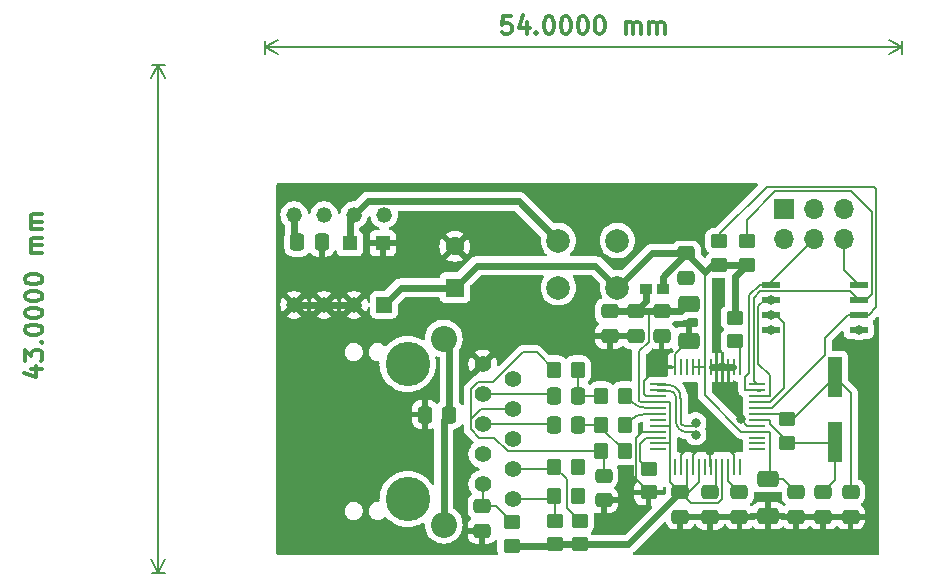
<source format=gbr>
%TF.GenerationSoftware,KiCad,Pcbnew,8.0.9-1.fc41*%
%TF.CreationDate,2025-03-17T15:20:04+02:00*%
%TF.ProjectId,electronics-application-project,656c6563-7472-46f6-9e69-63732d617070,rev?*%
%TF.SameCoordinates,Original*%
%TF.FileFunction,Copper,L1,Top*%
%TF.FilePolarity,Positive*%
%FSLAX46Y46*%
G04 Gerber Fmt 4.6, Leading zero omitted, Abs format (unit mm)*
G04 Created by KiCad (PCBNEW 8.0.9-1.fc41) date 2025-03-17 15:20:04*
%MOMM*%
%LPD*%
G01*
G04 APERTURE LIST*
G04 Aperture macros list*
%AMRoundRect*
0 Rectangle with rounded corners*
0 $1 Rounding radius*
0 $2 $3 $4 $5 $6 $7 $8 $9 X,Y pos of 4 corners*
0 Add a 4 corners polygon primitive as box body*
4,1,4,$2,$3,$4,$5,$6,$7,$8,$9,$2,$3,0*
0 Add four circle primitives for the rounded corners*
1,1,$1+$1,$2,$3*
1,1,$1+$1,$4,$5*
1,1,$1+$1,$6,$7*
1,1,$1+$1,$8,$9*
0 Add four rect primitives between the rounded corners*
20,1,$1+$1,$2,$3,$4,$5,0*
20,1,$1+$1,$4,$5,$6,$7,0*
20,1,$1+$1,$6,$7,$8,$9,0*
20,1,$1+$1,$8,$9,$2,$3,0*%
G04 Aperture macros list end*
%ADD10C,0.300000*%
%TA.AperFunction,NonConductor*%
%ADD11C,0.300000*%
%TD*%
%TA.AperFunction,NonConductor*%
%ADD12C,0.200000*%
%TD*%
%TA.AperFunction,ComponentPad*%
%ADD13C,2.000000*%
%TD*%
%TA.AperFunction,SMDPad,CuDef*%
%ADD14RoundRect,0.250000X0.475000X-0.337500X0.475000X0.337500X-0.475000X0.337500X-0.475000X-0.337500X0*%
%TD*%
%TA.AperFunction,SMDPad,CuDef*%
%ADD15RoundRect,0.250000X-0.450000X0.350000X-0.450000X-0.350000X0.450000X-0.350000X0.450000X0.350000X0*%
%TD*%
%TA.AperFunction,SMDPad,CuDef*%
%ADD16RoundRect,0.250000X-0.350000X-0.450000X0.350000X-0.450000X0.350000X0.450000X-0.350000X0.450000X0*%
%TD*%
%TA.AperFunction,SMDPad,CuDef*%
%ADD17RoundRect,0.250000X-0.650000X0.412500X-0.650000X-0.412500X0.650000X-0.412500X0.650000X0.412500X0*%
%TD*%
%TA.AperFunction,SMDPad,CuDef*%
%ADD18R,1.200000X1.200000*%
%TD*%
%TA.AperFunction,SMDPad,CuDef*%
%ADD19RoundRect,0.250000X0.337500X0.475000X-0.337500X0.475000X-0.337500X-0.475000X0.337500X-0.475000X0*%
%TD*%
%TA.AperFunction,SMDPad,CuDef*%
%ADD20RoundRect,0.250000X0.450000X-0.350000X0.450000X0.350000X-0.450000X0.350000X-0.450000X-0.350000X0*%
%TD*%
%TA.AperFunction,SMDPad,CuDef*%
%ADD21RoundRect,0.250000X-0.337500X-0.475000X0.337500X-0.475000X0.337500X0.475000X-0.337500X0.475000X0*%
%TD*%
%TA.AperFunction,SMDPad,CuDef*%
%ADD22R,1.200000X3.500000*%
%TD*%
%TA.AperFunction,SMDPad,CuDef*%
%ADD23R,1.473200X0.279400*%
%TD*%
%TA.AperFunction,SMDPad,CuDef*%
%ADD24R,0.279400X1.473200*%
%TD*%
%TA.AperFunction,SMDPad,CuDef*%
%ADD25R,1.574800X0.533400*%
%TD*%
%TA.AperFunction,SMDPad,CuDef*%
%ADD26R,1.000000X0.970000*%
%TD*%
%TA.AperFunction,ComponentPad*%
%ADD27R,1.600000X1.600000*%
%TD*%
%TA.AperFunction,ComponentPad*%
%ADD28C,1.600000*%
%TD*%
%TA.AperFunction,ComponentPad*%
%ADD29C,1.397000*%
%TD*%
%TA.AperFunction,ComponentPad*%
%ADD30C,2.209800*%
%TD*%
%TA.AperFunction,ComponentPad*%
%ADD31C,3.759200*%
%TD*%
%TA.AperFunction,ComponentPad*%
%ADD32R,1.700000X1.700000*%
%TD*%
%TA.AperFunction,ComponentPad*%
%ADD33O,1.700000X1.700000*%
%TD*%
%TA.AperFunction,ComponentPad*%
%ADD34R,1.320800X1.320800*%
%TD*%
%TA.AperFunction,ComponentPad*%
%ADD35C,1.320800*%
%TD*%
%TA.AperFunction,ViaPad*%
%ADD36C,0.800000*%
%TD*%
%TA.AperFunction,Conductor*%
%ADD37C,0.200000*%
%TD*%
%TA.AperFunction,Conductor*%
%ADD38C,0.600000*%
%TD*%
G04 APERTURE END LIST*
D10*
D11*
X129857144Y-57378328D02*
X129142858Y-57378328D01*
X129142858Y-57378328D02*
X129071430Y-58092614D01*
X129071430Y-58092614D02*
X129142858Y-58021185D01*
X129142858Y-58021185D02*
X129285716Y-57949757D01*
X129285716Y-57949757D02*
X129642858Y-57949757D01*
X129642858Y-57949757D02*
X129785716Y-58021185D01*
X129785716Y-58021185D02*
X129857144Y-58092614D01*
X129857144Y-58092614D02*
X129928573Y-58235471D01*
X129928573Y-58235471D02*
X129928573Y-58592614D01*
X129928573Y-58592614D02*
X129857144Y-58735471D01*
X129857144Y-58735471D02*
X129785716Y-58806900D01*
X129785716Y-58806900D02*
X129642858Y-58878328D01*
X129642858Y-58878328D02*
X129285716Y-58878328D01*
X129285716Y-58878328D02*
X129142858Y-58806900D01*
X129142858Y-58806900D02*
X129071430Y-58735471D01*
X131214287Y-57878328D02*
X131214287Y-58878328D01*
X130857144Y-57306900D02*
X130500001Y-58378328D01*
X130500001Y-58378328D02*
X131428572Y-58378328D01*
X132000000Y-58735471D02*
X132071429Y-58806900D01*
X132071429Y-58806900D02*
X132000000Y-58878328D01*
X132000000Y-58878328D02*
X131928572Y-58806900D01*
X131928572Y-58806900D02*
X132000000Y-58735471D01*
X132000000Y-58735471D02*
X132000000Y-58878328D01*
X133000001Y-57378328D02*
X133142858Y-57378328D01*
X133142858Y-57378328D02*
X133285715Y-57449757D01*
X133285715Y-57449757D02*
X133357144Y-57521185D01*
X133357144Y-57521185D02*
X133428572Y-57664042D01*
X133428572Y-57664042D02*
X133500001Y-57949757D01*
X133500001Y-57949757D02*
X133500001Y-58306900D01*
X133500001Y-58306900D02*
X133428572Y-58592614D01*
X133428572Y-58592614D02*
X133357144Y-58735471D01*
X133357144Y-58735471D02*
X133285715Y-58806900D01*
X133285715Y-58806900D02*
X133142858Y-58878328D01*
X133142858Y-58878328D02*
X133000001Y-58878328D01*
X133000001Y-58878328D02*
X132857144Y-58806900D01*
X132857144Y-58806900D02*
X132785715Y-58735471D01*
X132785715Y-58735471D02*
X132714286Y-58592614D01*
X132714286Y-58592614D02*
X132642858Y-58306900D01*
X132642858Y-58306900D02*
X132642858Y-57949757D01*
X132642858Y-57949757D02*
X132714286Y-57664042D01*
X132714286Y-57664042D02*
X132785715Y-57521185D01*
X132785715Y-57521185D02*
X132857144Y-57449757D01*
X132857144Y-57449757D02*
X133000001Y-57378328D01*
X134428572Y-57378328D02*
X134571429Y-57378328D01*
X134571429Y-57378328D02*
X134714286Y-57449757D01*
X134714286Y-57449757D02*
X134785715Y-57521185D01*
X134785715Y-57521185D02*
X134857143Y-57664042D01*
X134857143Y-57664042D02*
X134928572Y-57949757D01*
X134928572Y-57949757D02*
X134928572Y-58306900D01*
X134928572Y-58306900D02*
X134857143Y-58592614D01*
X134857143Y-58592614D02*
X134785715Y-58735471D01*
X134785715Y-58735471D02*
X134714286Y-58806900D01*
X134714286Y-58806900D02*
X134571429Y-58878328D01*
X134571429Y-58878328D02*
X134428572Y-58878328D01*
X134428572Y-58878328D02*
X134285715Y-58806900D01*
X134285715Y-58806900D02*
X134214286Y-58735471D01*
X134214286Y-58735471D02*
X134142857Y-58592614D01*
X134142857Y-58592614D02*
X134071429Y-58306900D01*
X134071429Y-58306900D02*
X134071429Y-57949757D01*
X134071429Y-57949757D02*
X134142857Y-57664042D01*
X134142857Y-57664042D02*
X134214286Y-57521185D01*
X134214286Y-57521185D02*
X134285715Y-57449757D01*
X134285715Y-57449757D02*
X134428572Y-57378328D01*
X135857143Y-57378328D02*
X136000000Y-57378328D01*
X136000000Y-57378328D02*
X136142857Y-57449757D01*
X136142857Y-57449757D02*
X136214286Y-57521185D01*
X136214286Y-57521185D02*
X136285714Y-57664042D01*
X136285714Y-57664042D02*
X136357143Y-57949757D01*
X136357143Y-57949757D02*
X136357143Y-58306900D01*
X136357143Y-58306900D02*
X136285714Y-58592614D01*
X136285714Y-58592614D02*
X136214286Y-58735471D01*
X136214286Y-58735471D02*
X136142857Y-58806900D01*
X136142857Y-58806900D02*
X136000000Y-58878328D01*
X136000000Y-58878328D02*
X135857143Y-58878328D01*
X135857143Y-58878328D02*
X135714286Y-58806900D01*
X135714286Y-58806900D02*
X135642857Y-58735471D01*
X135642857Y-58735471D02*
X135571428Y-58592614D01*
X135571428Y-58592614D02*
X135500000Y-58306900D01*
X135500000Y-58306900D02*
X135500000Y-57949757D01*
X135500000Y-57949757D02*
X135571428Y-57664042D01*
X135571428Y-57664042D02*
X135642857Y-57521185D01*
X135642857Y-57521185D02*
X135714286Y-57449757D01*
X135714286Y-57449757D02*
X135857143Y-57378328D01*
X137285714Y-57378328D02*
X137428571Y-57378328D01*
X137428571Y-57378328D02*
X137571428Y-57449757D01*
X137571428Y-57449757D02*
X137642857Y-57521185D01*
X137642857Y-57521185D02*
X137714285Y-57664042D01*
X137714285Y-57664042D02*
X137785714Y-57949757D01*
X137785714Y-57949757D02*
X137785714Y-58306900D01*
X137785714Y-58306900D02*
X137714285Y-58592614D01*
X137714285Y-58592614D02*
X137642857Y-58735471D01*
X137642857Y-58735471D02*
X137571428Y-58806900D01*
X137571428Y-58806900D02*
X137428571Y-58878328D01*
X137428571Y-58878328D02*
X137285714Y-58878328D01*
X137285714Y-58878328D02*
X137142857Y-58806900D01*
X137142857Y-58806900D02*
X137071428Y-58735471D01*
X137071428Y-58735471D02*
X136999999Y-58592614D01*
X136999999Y-58592614D02*
X136928571Y-58306900D01*
X136928571Y-58306900D02*
X136928571Y-57949757D01*
X136928571Y-57949757D02*
X136999999Y-57664042D01*
X136999999Y-57664042D02*
X137071428Y-57521185D01*
X137071428Y-57521185D02*
X137142857Y-57449757D01*
X137142857Y-57449757D02*
X137285714Y-57378328D01*
X139571427Y-58878328D02*
X139571427Y-57878328D01*
X139571427Y-58021185D02*
X139642856Y-57949757D01*
X139642856Y-57949757D02*
X139785713Y-57878328D01*
X139785713Y-57878328D02*
X139999999Y-57878328D01*
X139999999Y-57878328D02*
X140142856Y-57949757D01*
X140142856Y-57949757D02*
X140214285Y-58092614D01*
X140214285Y-58092614D02*
X140214285Y-58878328D01*
X140214285Y-58092614D02*
X140285713Y-57949757D01*
X140285713Y-57949757D02*
X140428570Y-57878328D01*
X140428570Y-57878328D02*
X140642856Y-57878328D01*
X140642856Y-57878328D02*
X140785713Y-57949757D01*
X140785713Y-57949757D02*
X140857142Y-58092614D01*
X140857142Y-58092614D02*
X140857142Y-58878328D01*
X141571427Y-58878328D02*
X141571427Y-57878328D01*
X141571427Y-58021185D02*
X141642856Y-57949757D01*
X141642856Y-57949757D02*
X141785713Y-57878328D01*
X141785713Y-57878328D02*
X141999999Y-57878328D01*
X141999999Y-57878328D02*
X142142856Y-57949757D01*
X142142856Y-57949757D02*
X142214285Y-58092614D01*
X142214285Y-58092614D02*
X142214285Y-58878328D01*
X142214285Y-58092614D02*
X142285713Y-57949757D01*
X142285713Y-57949757D02*
X142428570Y-57878328D01*
X142428570Y-57878328D02*
X142642856Y-57878328D01*
X142642856Y-57878328D02*
X142785713Y-57949757D01*
X142785713Y-57949757D02*
X142857142Y-58092614D01*
X142857142Y-58092614D02*
X142857142Y-58878328D01*
D12*
X109000000Y-59500000D02*
X109000000Y-60586420D01*
X163000000Y-59500000D02*
X163000000Y-60586420D01*
X109000000Y-60000000D02*
X163000000Y-60000000D01*
X109000000Y-60000000D02*
X163000000Y-60000000D01*
X109000000Y-60000000D02*
X110126504Y-59413579D01*
X109000000Y-60000000D02*
X110126504Y-60586421D01*
X163000000Y-60000000D02*
X161873496Y-60586421D01*
X163000000Y-60000000D02*
X161873496Y-59413579D01*
D10*
D11*
X89178328Y-87214284D02*
X90178328Y-87214284D01*
X88606900Y-87571426D02*
X89678328Y-87928569D01*
X89678328Y-87928569D02*
X89678328Y-86999998D01*
X88678328Y-86571427D02*
X88678328Y-85642855D01*
X88678328Y-85642855D02*
X89249757Y-86142855D01*
X89249757Y-86142855D02*
X89249757Y-85928570D01*
X89249757Y-85928570D02*
X89321185Y-85785713D01*
X89321185Y-85785713D02*
X89392614Y-85714284D01*
X89392614Y-85714284D02*
X89535471Y-85642855D01*
X89535471Y-85642855D02*
X89892614Y-85642855D01*
X89892614Y-85642855D02*
X90035471Y-85714284D01*
X90035471Y-85714284D02*
X90106900Y-85785713D01*
X90106900Y-85785713D02*
X90178328Y-85928570D01*
X90178328Y-85928570D02*
X90178328Y-86357141D01*
X90178328Y-86357141D02*
X90106900Y-86499998D01*
X90106900Y-86499998D02*
X90035471Y-86571427D01*
X90035471Y-84999999D02*
X90106900Y-84928570D01*
X90106900Y-84928570D02*
X90178328Y-84999999D01*
X90178328Y-84999999D02*
X90106900Y-85071427D01*
X90106900Y-85071427D02*
X90035471Y-84999999D01*
X90035471Y-84999999D02*
X90178328Y-84999999D01*
X88678328Y-83999998D02*
X88678328Y-83857141D01*
X88678328Y-83857141D02*
X88749757Y-83714284D01*
X88749757Y-83714284D02*
X88821185Y-83642856D01*
X88821185Y-83642856D02*
X88964042Y-83571427D01*
X88964042Y-83571427D02*
X89249757Y-83499998D01*
X89249757Y-83499998D02*
X89606900Y-83499998D01*
X89606900Y-83499998D02*
X89892614Y-83571427D01*
X89892614Y-83571427D02*
X90035471Y-83642856D01*
X90035471Y-83642856D02*
X90106900Y-83714284D01*
X90106900Y-83714284D02*
X90178328Y-83857141D01*
X90178328Y-83857141D02*
X90178328Y-83999998D01*
X90178328Y-83999998D02*
X90106900Y-84142856D01*
X90106900Y-84142856D02*
X90035471Y-84214284D01*
X90035471Y-84214284D02*
X89892614Y-84285713D01*
X89892614Y-84285713D02*
X89606900Y-84357141D01*
X89606900Y-84357141D02*
X89249757Y-84357141D01*
X89249757Y-84357141D02*
X88964042Y-84285713D01*
X88964042Y-84285713D02*
X88821185Y-84214284D01*
X88821185Y-84214284D02*
X88749757Y-84142856D01*
X88749757Y-84142856D02*
X88678328Y-83999998D01*
X88678328Y-82571427D02*
X88678328Y-82428570D01*
X88678328Y-82428570D02*
X88749757Y-82285713D01*
X88749757Y-82285713D02*
X88821185Y-82214285D01*
X88821185Y-82214285D02*
X88964042Y-82142856D01*
X88964042Y-82142856D02*
X89249757Y-82071427D01*
X89249757Y-82071427D02*
X89606900Y-82071427D01*
X89606900Y-82071427D02*
X89892614Y-82142856D01*
X89892614Y-82142856D02*
X90035471Y-82214285D01*
X90035471Y-82214285D02*
X90106900Y-82285713D01*
X90106900Y-82285713D02*
X90178328Y-82428570D01*
X90178328Y-82428570D02*
X90178328Y-82571427D01*
X90178328Y-82571427D02*
X90106900Y-82714285D01*
X90106900Y-82714285D02*
X90035471Y-82785713D01*
X90035471Y-82785713D02*
X89892614Y-82857142D01*
X89892614Y-82857142D02*
X89606900Y-82928570D01*
X89606900Y-82928570D02*
X89249757Y-82928570D01*
X89249757Y-82928570D02*
X88964042Y-82857142D01*
X88964042Y-82857142D02*
X88821185Y-82785713D01*
X88821185Y-82785713D02*
X88749757Y-82714285D01*
X88749757Y-82714285D02*
X88678328Y-82571427D01*
X88678328Y-81142856D02*
X88678328Y-80999999D01*
X88678328Y-80999999D02*
X88749757Y-80857142D01*
X88749757Y-80857142D02*
X88821185Y-80785714D01*
X88821185Y-80785714D02*
X88964042Y-80714285D01*
X88964042Y-80714285D02*
X89249757Y-80642856D01*
X89249757Y-80642856D02*
X89606900Y-80642856D01*
X89606900Y-80642856D02*
X89892614Y-80714285D01*
X89892614Y-80714285D02*
X90035471Y-80785714D01*
X90035471Y-80785714D02*
X90106900Y-80857142D01*
X90106900Y-80857142D02*
X90178328Y-80999999D01*
X90178328Y-80999999D02*
X90178328Y-81142856D01*
X90178328Y-81142856D02*
X90106900Y-81285714D01*
X90106900Y-81285714D02*
X90035471Y-81357142D01*
X90035471Y-81357142D02*
X89892614Y-81428571D01*
X89892614Y-81428571D02*
X89606900Y-81499999D01*
X89606900Y-81499999D02*
X89249757Y-81499999D01*
X89249757Y-81499999D02*
X88964042Y-81428571D01*
X88964042Y-81428571D02*
X88821185Y-81357142D01*
X88821185Y-81357142D02*
X88749757Y-81285714D01*
X88749757Y-81285714D02*
X88678328Y-81142856D01*
X88678328Y-79714285D02*
X88678328Y-79571428D01*
X88678328Y-79571428D02*
X88749757Y-79428571D01*
X88749757Y-79428571D02*
X88821185Y-79357143D01*
X88821185Y-79357143D02*
X88964042Y-79285714D01*
X88964042Y-79285714D02*
X89249757Y-79214285D01*
X89249757Y-79214285D02*
X89606900Y-79214285D01*
X89606900Y-79214285D02*
X89892614Y-79285714D01*
X89892614Y-79285714D02*
X90035471Y-79357143D01*
X90035471Y-79357143D02*
X90106900Y-79428571D01*
X90106900Y-79428571D02*
X90178328Y-79571428D01*
X90178328Y-79571428D02*
X90178328Y-79714285D01*
X90178328Y-79714285D02*
X90106900Y-79857143D01*
X90106900Y-79857143D02*
X90035471Y-79928571D01*
X90035471Y-79928571D02*
X89892614Y-80000000D01*
X89892614Y-80000000D02*
X89606900Y-80071428D01*
X89606900Y-80071428D02*
X89249757Y-80071428D01*
X89249757Y-80071428D02*
X88964042Y-80000000D01*
X88964042Y-80000000D02*
X88821185Y-79928571D01*
X88821185Y-79928571D02*
X88749757Y-79857143D01*
X88749757Y-79857143D02*
X88678328Y-79714285D01*
X90178328Y-77428572D02*
X89178328Y-77428572D01*
X89321185Y-77428572D02*
X89249757Y-77357143D01*
X89249757Y-77357143D02*
X89178328Y-77214286D01*
X89178328Y-77214286D02*
X89178328Y-77000000D01*
X89178328Y-77000000D02*
X89249757Y-76857143D01*
X89249757Y-76857143D02*
X89392614Y-76785715D01*
X89392614Y-76785715D02*
X90178328Y-76785715D01*
X89392614Y-76785715D02*
X89249757Y-76714286D01*
X89249757Y-76714286D02*
X89178328Y-76571429D01*
X89178328Y-76571429D02*
X89178328Y-76357143D01*
X89178328Y-76357143D02*
X89249757Y-76214286D01*
X89249757Y-76214286D02*
X89392614Y-76142857D01*
X89392614Y-76142857D02*
X90178328Y-76142857D01*
X90178328Y-75428572D02*
X89178328Y-75428572D01*
X89321185Y-75428572D02*
X89249757Y-75357143D01*
X89249757Y-75357143D02*
X89178328Y-75214286D01*
X89178328Y-75214286D02*
X89178328Y-75000000D01*
X89178328Y-75000000D02*
X89249757Y-74857143D01*
X89249757Y-74857143D02*
X89392614Y-74785715D01*
X89392614Y-74785715D02*
X90178328Y-74785715D01*
X89392614Y-74785715D02*
X89249757Y-74714286D01*
X89249757Y-74714286D02*
X89178328Y-74571429D01*
X89178328Y-74571429D02*
X89178328Y-74357143D01*
X89178328Y-74357143D02*
X89249757Y-74214286D01*
X89249757Y-74214286D02*
X89392614Y-74142857D01*
X89392614Y-74142857D02*
X90178328Y-74142857D01*
D12*
X99500000Y-61500000D02*
X100586420Y-61500000D01*
X99500000Y-104500000D02*
X100586420Y-104500000D01*
X100000000Y-61500000D02*
X100000000Y-104500000D01*
X100000000Y-61500000D02*
X100000000Y-104500000D01*
X100000000Y-61500000D02*
X100586421Y-62626504D01*
X100000000Y-61500000D02*
X99413579Y-62626504D01*
X100000000Y-104500000D02*
X99413579Y-103373496D01*
X100000000Y-104500000D02*
X100586421Y-103373496D01*
D13*
%TO.P,L1,1,1*%
%TO.N,Net-(D1-K)*%
X133862601Y-76370601D03*
%TO.P,L1,2,NC*%
%TO.N,unconnected-(L1-NC-Pad2)*%
X138866401Y-76370601D03*
%TO.P,L1,3,1*%
%TO.N,3.3V_D*%
X138866401Y-80358401D03*
%TO.P,L1,4,NC*%
%TO.N,unconnected-(L1-NC-Pad4)*%
X133862601Y-80358401D03*
%TD*%
D14*
%TO.P,C15,1,1*%
%TO.N,GND*%
X144200000Y-99737500D03*
%TO.P,C15,2,2*%
%TO.N,3.3V_A*%
X144200000Y-97662500D03*
%TD*%
%TO.P,C1,1,1*%
%TO.N,GND*%
X142600000Y-84437500D03*
%TO.P,C1,2,2*%
%TO.N,3.3V_A*%
X142600000Y-82362500D03*
%TD*%
D15*
%TO.P,R5,1,1*%
%TO.N,Net-(U2-TD-)*%
X135700000Y-100100000D03*
%TO.P,R5,2,2*%
%TO.N,3.3V_A*%
X135700000Y-102100000D03*
%TD*%
D16*
%TO.P,R14,1,1*%
%TO.N,Net-(U2-RCT)*%
X137500000Y-94200000D03*
%TO.P,R14,2,2*%
%TO.N,Net-(C7-Pad2)*%
X139500000Y-94200000D03*
%TD*%
D17*
%TO.P,C2,1,1*%
%TO.N,3.3V_A*%
X144900000Y-81737500D03*
%TO.P,C2,2,2*%
%TO.N,GND*%
X144900000Y-84862500D03*
%TD*%
D18*
%TO.P,D1,1,K*%
%TO.N,Net-(D1-K)*%
X116200000Y-76600000D03*
%TO.P,D1,2,A*%
%TO.N,GND*%
X119000000Y-76600000D03*
%TD*%
D16*
%TO.P,R11,1,1*%
%TO.N,Net-(C7-Pad2)*%
X137500000Y-92000000D03*
%TO.P,R11,2,2*%
%TO.N,Net-(U1-RXP)*%
X139500000Y-92000000D03*
%TD*%
D19*
%TO.P,C19,1*%
%TO.N,Net-(C19-Pad1)*%
X124637500Y-91100000D03*
%TO.P,C19,2*%
%TO.N,GND*%
X122562500Y-91100000D03*
%TD*%
D14*
%TO.P,C12,1,1*%
%TO.N,GND*%
X158600000Y-99737500D03*
%TO.P,C12,2,2*%
%TO.N,/XO*%
X158600000Y-97662500D03*
%TD*%
%TO.P,C8,1,1*%
%TO.N,GND*%
X127400000Y-100937500D03*
%TO.P,C8,2,2*%
%TO.N,Net-(U2-TCT)*%
X127400000Y-98862500D03*
%TD*%
D20*
%TO.P,R12,1,1*%
%TO.N,/XI*%
X153200000Y-93500000D03*
%TO.P,R12,2,2*%
%TO.N,/XO*%
X153200000Y-91500000D03*
%TD*%
D14*
%TO.P,C10,1,1*%
%TO.N,GND*%
X137700000Y-98337500D03*
%TO.P,C10,2,2*%
%TO.N,Net-(U2-RCT)*%
X137700000Y-96262500D03*
%TD*%
%TO.P,C16,1,1*%
%TO.N,GND*%
X144700000Y-79537500D03*
%TO.P,C16,2,2*%
%TO.N,3.3V_D*%
X144700000Y-77462500D03*
%TD*%
D21*
%TO.P,C7,1,1*%
%TO.N,Net-(U2-RD+)*%
X133462500Y-92000000D03*
%TO.P,C7,2,2*%
%TO.N,Net-(C7-Pad2)*%
X135537500Y-92000000D03*
%TD*%
%TO.P,C6,1,1*%
%TO.N,Net-(U2-RD-)*%
X133462500Y-89500000D03*
%TO.P,C6,2,2*%
%TO.N,Net-(C6-Pad2)*%
X135537500Y-89500000D03*
%TD*%
%TO.P,C18,1*%
%TO.N,Net-(U2-VC2+)*%
X111762500Y-76500000D03*
%TO.P,C18,2*%
%TO.N,GND*%
X113837500Y-76500000D03*
%TD*%
D22*
%TO.P,Y2,1*%
%TO.N,/XO*%
X157300000Y-87950000D03*
%TO.P,Y2,2,CRYSTAL_2*%
%TO.N,/XI*%
X157300000Y-93450000D03*
%TD*%
D16*
%TO.P,R8,1,1*%
%TO.N,Net-(U2-TD+)*%
X133500000Y-98000000D03*
%TO.P,R8,2,2*%
%TO.N,Net-(U1-TXP)*%
X135500000Y-98000000D03*
%TD*%
D23*
%TO.P,U1,1,TXN*%
%TO.N,Net-(U1-TXN)*%
X142283600Y-88550000D03*
%TO.P,U1,2,TXP*%
%TO.N,Net-(U1-TXP)*%
X142283600Y-89049999D03*
%TO.P,U1,3,AGND*%
%TO.N,GND*%
X142283600Y-89550001D03*
%TO.P,U1,4,AVDD*%
%TO.N,3.3V_A*%
X142283600Y-90050000D03*
%TO.P,U1,5,RXN*%
%TO.N,Net-(U1-RXN)*%
X142283600Y-90549999D03*
%TO.P,U1,6,RXP*%
%TO.N,Net-(U1-RXP)*%
X142283600Y-91050000D03*
%TO.P,U1,7,DNC*%
%TO.N,unconnected-(U1-DNC-Pad7)*%
X142283600Y-91550000D03*
%TO.P,U1,8,AVDD*%
%TO.N,3.3V_A*%
X142283600Y-92050001D03*
%TO.P,U1,9,AGND*%
%TO.N,GND*%
X142283600Y-92550000D03*
%TO.P,U1,10,EXRES1*%
%TO.N,Net-(U1-EXRES1)*%
X142283600Y-93049999D03*
%TO.P,U1,11,AVDD*%
%TO.N,3.3V_A*%
X142283600Y-93550001D03*
%TO.P,U1,12,NC*%
%TO.N,unconnected-(U1-NC-Pad12)*%
X142283600Y-94050000D03*
D24*
%TO.P,U1,13,NC*%
%TO.N,unconnected-(U1-NC-Pad13)*%
X143750000Y-95516400D03*
%TO.P,U1,14,AGND*%
%TO.N,GND*%
X144249999Y-95516400D03*
%TO.P,U1,15,AVDD*%
%TO.N,3.3V_A*%
X144750001Y-95516400D03*
%TO.P,U1,16,AGND*%
%TO.N,GND*%
X145250000Y-95516400D03*
%TO.P,U1,17,AVDD*%
%TO.N,3.3V_A*%
X145749999Y-95516400D03*
%TO.P,U1,18,VBG*%
%TO.N,unconnected-(U1-VBG-Pad18)*%
X146250000Y-95516400D03*
%TO.P,U1,19,AGND*%
%TO.N,GND*%
X146750000Y-95516400D03*
%TO.P,U1,20,TOCAP*%
%TO.N,Net-(U1-TOCAP)*%
X147250001Y-95516400D03*
%TO.P,U1,21,AVDD*%
%TO.N,3.3V_A*%
X147750000Y-95516400D03*
%TO.P,U1,22,1V2O*%
%TO.N,Net-(U1-1V2O)*%
X148249999Y-95516400D03*
%TO.P,U1,23,RSVD*%
%TO.N,GND*%
X148750001Y-95516400D03*
%TO.P,U1,24,SPDLED*%
%TO.N,unconnected-(U1-SPDLED-Pad24)*%
X149250000Y-95516400D03*
D23*
%TO.P,U1,25,LINKLED*%
%TO.N,/LINK_LED*%
X150716400Y-94050000D03*
%TO.P,U1,26,DUPLED*%
%TO.N,unconnected-(U1-DUPLED-Pad26)*%
X150716400Y-93550001D03*
%TO.P,U1,27,ACTLED*%
%TO.N,/ACT_LED*%
X150716400Y-93049999D03*
%TO.P,U1,28,VDD*%
%TO.N,3.3V_D*%
X150716400Y-92550000D03*
%TO.P,U1,29,GND*%
%TO.N,GND*%
X150716400Y-92050001D03*
%TO.P,U1,30,XI/CLKIN*%
%TO.N,/XI*%
X150716400Y-91550000D03*
%TO.P,U1,31,XO*%
%TO.N,/XO*%
X150716400Y-91050000D03*
%TO.P,U1,32,SCSn*%
%TO.N,/SCSn*%
X150716400Y-90549999D03*
%TO.P,U1,33,SCLK*%
%TO.N,/SCLK*%
X150716400Y-90050000D03*
%TO.P,U1,34,MISO*%
%TO.N,/MISO*%
X150716400Y-89550001D03*
%TO.P,U1,35,MOSI*%
%TO.N,/MOSI*%
X150716400Y-89049999D03*
%TO.P,U1,36,INTn*%
%TO.N,/INTn*%
X150716400Y-88550000D03*
D24*
%TO.P,U1,37,RSTn*%
%TO.N,/RSTn*%
X149250000Y-87083600D03*
%TO.P,U1,38,RSVD*%
%TO.N,GND*%
X148750001Y-87083600D03*
%TO.P,U1,39,RSVD*%
X148249999Y-87083600D03*
%TO.P,U1,40,RSVD*%
X147750000Y-87083600D03*
%TO.P,U1,41,RSVD*%
X147250001Y-87083600D03*
%TO.P,U1,42,RSVD*%
X146750000Y-87083600D03*
%TO.P,U1,43,PMODE2*%
%TO.N,3.3V_D*%
X146250000Y-87083600D03*
%TO.P,U1,44,PMODE1*%
X145749999Y-87083600D03*
%TO.P,U1,45,PMODE0*%
X145250000Y-87083600D03*
%TO.P,U1,46,NC*%
%TO.N,unconnected-(U1-NC-Pad46)*%
X144750001Y-87083600D03*
%TO.P,U1,47,NC*%
%TO.N,unconnected-(U1-NC-Pad47)*%
X144249999Y-87083600D03*
%TO.P,U1,48,AGND*%
%TO.N,GND*%
X143750000Y-87083600D03*
%TD*%
D20*
%TO.P,R17,1,1*%
%TO.N,/RSTn*%
X148800000Y-84900000D03*
%TO.P,R17,2,2*%
%TO.N,3.3V_D*%
X148800000Y-82900000D03*
%TD*%
D14*
%TO.P,C17,1,1*%
%TO.N,GND*%
X138200000Y-84437500D03*
%TO.P,C17,2,2*%
%TO.N,3.3V_A*%
X138200000Y-82362500D03*
%TD*%
D17*
%TO.P,C3,1,1*%
%TO.N,3.3V_D*%
X151600000Y-96537500D03*
%TO.P,C3,2,2*%
%TO.N,GND*%
X151600000Y-99662500D03*
%TD*%
D16*
%TO.P,R7,1,1*%
%TO.N,Net-(U2-TD-)*%
X133500000Y-95500000D03*
%TO.P,R7,2,2*%
%TO.N,Net-(U1-TXN)*%
X135500000Y-95500000D03*
%TD*%
D14*
%TO.P,C4,1,1*%
%TO.N,GND*%
X154000000Y-99737500D03*
%TO.P,C4,2,2*%
%TO.N,3.3V_D*%
X154000000Y-97662500D03*
%TD*%
D20*
%TO.P,R15,1,1*%
%TO.N,GND*%
X141500000Y-97700000D03*
%TO.P,R15,2,2*%
%TO.N,Net-(U1-EXRES1)*%
X141500000Y-95700000D03*
%TD*%
D14*
%TO.P,C5,1,1*%
%TO.N,GND*%
X140400000Y-84437500D03*
%TO.P,C5,2,2*%
%TO.N,3.3V_A*%
X140400000Y-82362500D03*
%TD*%
%TO.P,C13,1,1*%
%TO.N,GND*%
X146700000Y-99775000D03*
%TO.P,C13,2,2*%
%TO.N,Net-(U1-TOCAP)*%
X146700000Y-97700000D03*
%TD*%
D25*
%TO.P,U4,1,(PCINT5/RESET\u002A/ADC0/dW)_PB5*%
%TO.N,Net-(J1-Pin_5)*%
X159295700Y-83905000D03*
%TO.P,U4,2,(PCINT3/XTAL1/CLKI/OC1B\u002A/ADC3)_PB3*%
%TO.N,/SCSn*%
X159295700Y-82635000D03*
%TO.P,U4,3,(PCINT4/XTAL2/CLKO/OC1B/ADC2)_PB4*%
%TO.N,/INTn*%
X159295700Y-81365000D03*
%TO.P,U4,4,GND*%
%TO.N,Net-(J1-Pin_6)*%
X159295700Y-80095000D03*
%TO.P,U4,5,PB0_(MOSI/DI/SDA/AIN0/OC0A/OC1A/AREF/PCINT0)*%
%TO.N,/MOSI*%
X151904300Y-80095000D03*
%TO.P,U4,6,PB1_(MISO/DO/AIN1/OC0B/OC1A\u002A/PCINT1)*%
%TO.N,/MISO*%
X151904300Y-81365000D03*
%TO.P,U4,7,PB2_(SCK/USCK/SCL/ADC1/T0/INT0/PCINT2)*%
%TO.N,/SCLK*%
X151904300Y-82635000D03*
%TO.P,U4,8,VCC*%
%TO.N,Net-(J1-Pin_2)*%
X151904300Y-83905000D03*
%TD*%
D16*
%TO.P,R9,1,1*%
%TO.N,Net-(C6-Pad2)*%
X137500000Y-89500000D03*
%TO.P,R9,2,2*%
%TO.N,Net-(U1-RXN)*%
X139500000Y-89500000D03*
%TD*%
D14*
%TO.P,C11,1,1*%
%TO.N,GND*%
X156300000Y-99737500D03*
%TO.P,C11,2,2*%
%TO.N,/XI*%
X156300000Y-97662500D03*
%TD*%
D15*
%TO.P,R4,1,1*%
%TO.N,Net-(U2-TCT)*%
X129900000Y-100200000D03*
%TO.P,R4,2,2*%
%TO.N,3.3V_A*%
X129900000Y-102200000D03*
%TD*%
D26*
%TO.P,FL1,1*%
%TO.N,3.3V_D*%
X142735000Y-80500000D03*
%TO.P,FL1,2*%
%TO.N,3.3V_A*%
X141265000Y-80500000D03*
%TD*%
D15*
%TO.P,R10,1,1*%
%TO.N,/SCSn*%
X147500000Y-76400000D03*
%TO.P,R10,2,2*%
%TO.N,3.3V_D*%
X147500000Y-78400000D03*
%TD*%
%TO.P,R6,1,1*%
%TO.N,Net-(U2-TD+)*%
X133600000Y-100100000D03*
%TO.P,R6,2,2*%
%TO.N,3.3V_A*%
X133600000Y-102100000D03*
%TD*%
D14*
%TO.P,C14,1,1*%
%TO.N,GND*%
X149200000Y-99737500D03*
%TO.P,C14,2,2*%
%TO.N,Net-(U1-1V2O)*%
X149200000Y-97662500D03*
%TD*%
D16*
%TO.P,R13,1,1*%
%TO.N,Net-(U2-RCT)*%
X133500000Y-87300000D03*
%TO.P,R13,2,2*%
%TO.N,Net-(C6-Pad2)*%
X135500000Y-87300000D03*
%TD*%
D15*
%TO.P,R16,1,1*%
%TO.N,/INTn*%
X149800000Y-76400000D03*
%TO.P,R16,2,2*%
%TO.N,3.3V_D*%
X149800000Y-78400000D03*
%TD*%
D27*
%TO.P,C9,1*%
%TO.N,3.3V_D*%
X125100000Y-80352651D03*
D28*
%TO.P,C9,2*%
%TO.N,GND*%
X125100000Y-76852651D03*
%TD*%
D29*
%TO.P,U2,1,VC2-*%
%TO.N,GND*%
X127455799Y-86824251D03*
%TO.P,U2,2,VC1-*%
%TO.N,unconnected-(U2-VC1--Pad2)*%
X129995799Y-88094251D03*
%TO.P,U2,3,RD-*%
%TO.N,Net-(U2-RD-)*%
X127455799Y-89364251D03*
%TO.P,U2,4,RCT*%
%TO.N,Net-(U2-RCT)*%
X129995799Y-90634251D03*
%TO.P,U2,5,RD+*%
%TO.N,Net-(U2-RD+)*%
X127455799Y-91904251D03*
%TO.P,U2,6,VC2+*%
%TO.N,Net-(U2-VC2+)*%
X129995799Y-93174251D03*
%TO.P,U2,7,VC1+*%
%TO.N,unconnected-(U2-VC1+-Pad7)*%
X127455799Y-94444251D03*
%TO.P,U2,8,TD-*%
%TO.N,Net-(U2-TD-)*%
X129995799Y-95714251D03*
%TO.P,U2,9,TCT*%
%TO.N,Net-(U2-TCT)*%
X127455799Y-96984251D03*
%TO.P,U2,10,TD+*%
%TO.N,Net-(U2-TD+)*%
X129995799Y-98254251D03*
D30*
%TO.P,U2,15,Shield*%
%TO.N,Net-(C19-Pad1)*%
X124155831Y-84664253D03*
%TO.P,U2,16,Shield*%
X124155831Y-100414249D03*
D31*
%TO.P,U2,17*%
%TO.N,N/C*%
X121105799Y-86824251D03*
%TO.P,U2,18*%
X121105799Y-98254251D03*
%TD*%
D32*
%TO.P,J1,1,Pin_1*%
%TO.N,/MISO*%
X152975000Y-73725000D03*
D33*
%TO.P,J1,2,Pin_2*%
%TO.N,Net-(J1-Pin_2)*%
X152975000Y-76265000D03*
%TO.P,J1,3,Pin_3*%
%TO.N,/SCLK*%
X155515000Y-73725000D03*
%TO.P,J1,4,Pin_4*%
%TO.N,/MOSI*%
X155515000Y-76265000D03*
%TO.P,J1,5,Pin_5*%
%TO.N,Net-(J1-Pin_5)*%
X158055000Y-73725000D03*
%TO.P,J1,6,Pin_6*%
%TO.N,Net-(J1-Pin_6)*%
X158055000Y-76265000D03*
%TD*%
D34*
%TO.P,U3,1,FB*%
%TO.N,3.3V_D*%
X119110000Y-81810000D03*
D35*
%TO.P,U3,2,SIGGND*%
%TO.N,GND*%
X116570000Y-81810000D03*
%TO.P,U3,3,ON/OFF*%
X114030000Y-81810000D03*
%TO.P,U3,4,PWRGND*%
X111490000Y-81810000D03*
%TO.P,U3,5,VIN*%
%TO.N,Net-(U2-VC2+)*%
X111490000Y-74190000D03*
%TO.P,U3,6,NC*%
%TO.N,unconnected-(U3-NC-Pad6)*%
X114030000Y-74190000D03*
%TO.P,U3,7,OUTPUT*%
%TO.N,Net-(D1-K)*%
X116570000Y-74190000D03*
%TO.P,U3,8,NC*%
%TO.N,unconnected-(U3-NC-Pad8)*%
X119110000Y-74190000D03*
%TD*%
D36*
%TO.N,GND*%
X127400000Y-100937500D03*
X140400000Y-84437500D03*
X142600000Y-84437500D03*
X138200000Y-84437500D03*
X147750000Y-87083600D03*
X144237500Y-99775000D03*
X119000000Y-76600000D03*
X113837500Y-76500000D03*
X122562500Y-91100000D03*
X137700000Y-98337500D03*
X151600000Y-99662500D03*
X158600000Y-99737500D03*
X146700000Y-94200000D03*
X149300000Y-91500000D03*
X144900000Y-84862500D03*
X144700000Y-79537500D03*
X141500000Y-97700000D03*
%TO.N,Net-(U1-TXP)*%
X145500000Y-92800003D03*
X135600000Y-98000000D03*
%TO.N,Net-(U1-TXN)*%
X135600000Y-95500000D03*
X145500000Y-91800000D03*
%TO.N,/MISO*%
X151900000Y-81365000D03*
%TO.N,/SCLK*%
X151904300Y-82635000D03*
%TO.N,Net-(J1-Pin_2)*%
X151904300Y-83905000D03*
%TO.N,Net-(J1-Pin_5)*%
X159295700Y-83905000D03*
%TD*%
D37*
%TO.N,Net-(U1-TXN)*%
X144360769Y-91982843D02*
G75*
G03*
X144643611Y-92099992I282831J282843D01*
G01*
X143200000Y-88600000D02*
G75*
G02*
X144200000Y-89600000I0J-1000000D01*
G01*
X142283600Y-88550000D02*
X142333600Y-88600000D01*
X144200000Y-89600000D02*
X144200000Y-89700000D01*
X142333600Y-88600000D02*
X143200000Y-88600000D01*
X144200000Y-89700000D02*
X144206289Y-89706289D01*
X144206289Y-89706289D02*
X144206289Y-91653976D01*
X144206289Y-91653976D02*
X144229949Y-91772923D01*
X144229949Y-91772923D02*
X144274637Y-91880808D01*
X144274637Y-91880808D02*
X144306659Y-91928733D01*
X144306659Y-91928733D02*
X144360769Y-91982843D01*
X144643611Y-92100000D02*
X145200000Y-92100000D01*
X145200000Y-92100000D02*
X145500000Y-91800000D01*
%TO.N,/INTn*%
X150716400Y-88550000D02*
X150400000Y-88233600D01*
X150400000Y-88233600D02*
X150400000Y-81215200D01*
X150400000Y-81215200D02*
X150950200Y-80665000D01*
X150950200Y-80665000D02*
X158595700Y-80665000D01*
X158595700Y-80665000D02*
X159295700Y-81365000D01*
%TO.N,3.3V_D*%
X146250000Y-87083600D02*
X146250000Y-89439950D01*
X146250000Y-89439950D02*
X149360050Y-92550000D01*
X149360050Y-92550000D02*
X150716400Y-92550000D01*
D38*
%TO.N,Net-(D1-K)*%
X116570000Y-74190000D02*
X117730400Y-73029600D01*
X117730400Y-73029600D02*
X130521600Y-73029600D01*
X130521600Y-73029600D02*
X133862601Y-76370601D01*
%TO.N,3.3V_D*%
X125100000Y-80352651D02*
X120567349Y-80352651D01*
X120567349Y-80352651D02*
X119110000Y-81810000D01*
X138866401Y-80358401D02*
X141762302Y-77462500D01*
X141762302Y-77462500D02*
X144700000Y-77462500D01*
X125100000Y-80352651D02*
X126952651Y-78500000D01*
X126952651Y-78500000D02*
X137008000Y-78500000D01*
X137008000Y-78500000D02*
X138866401Y-80358401D01*
D37*
X151600000Y-96537500D02*
X151753000Y-96384500D01*
D38*
X148800000Y-82900000D02*
X148800000Y-79400000D01*
X146862500Y-78400000D02*
X149800000Y-78400000D01*
X148800000Y-79400000D02*
X149800000Y-78400000D01*
X144700000Y-77462500D02*
X142735000Y-79427500D01*
D37*
X151692701Y-92550000D02*
X150716400Y-92550000D01*
X145250000Y-87083600D02*
X146250000Y-87083600D01*
X151753000Y-96384500D02*
X151753000Y-92610299D01*
X151600000Y-96537500D02*
X152875000Y-96537500D01*
D38*
X146250000Y-79012500D02*
X146862500Y-78400000D01*
D37*
X151753000Y-92610299D02*
X151692701Y-92550000D01*
D38*
X144700000Y-77462500D02*
X146250000Y-79012500D01*
D37*
X146250000Y-79012500D02*
X146250000Y-87083600D01*
D38*
X142735000Y-79427500D02*
X142735000Y-80500000D01*
D37*
X152875000Y-96537500D02*
X154000000Y-97662500D01*
%TO.N,/SCSn*%
X151500000Y-71800000D02*
X147500000Y-75800000D01*
X156400000Y-84600000D02*
X158365000Y-82635000D01*
X147500000Y-75800000D02*
X147500000Y-76400000D01*
X150716400Y-90549999D02*
X151950001Y-90549999D01*
X160165000Y-82635000D02*
X160783100Y-82016900D01*
X160600000Y-71800000D02*
X151500000Y-71800000D01*
X160783100Y-82016900D02*
X160783100Y-71983100D01*
X160783100Y-71983100D02*
X160600000Y-71800000D01*
X151950001Y-90549999D02*
X156400000Y-86100000D01*
X158365000Y-82635000D02*
X159295700Y-82635000D01*
X159295700Y-82635000D02*
X160165000Y-82635000D01*
X156400000Y-86100000D02*
X156400000Y-84600000D01*
%TO.N,/INTn*%
X160383100Y-80916900D02*
X160383100Y-73983100D01*
X149800000Y-74600000D02*
X149800000Y-76400000D01*
X158600000Y-72200000D02*
X152200000Y-72200000D01*
X159935000Y-81365000D02*
X160383100Y-80916900D01*
X159295700Y-81365000D02*
X159935000Y-81365000D01*
X160383100Y-73983100D02*
X158600000Y-72200000D01*
X152200000Y-72200000D02*
X149800000Y-74600000D01*
%TO.N,/RSTn*%
X149250000Y-85350000D02*
X149250000Y-87083600D01*
X148800000Y-84900000D02*
X149250000Y-85350000D01*
%TO.N,GND*%
X142273700Y-87083600D02*
X143750000Y-87083600D01*
X145700000Y-94200000D02*
X145590099Y-94200000D01*
X151600000Y-99662500D02*
X158525000Y-99662500D01*
X158525000Y-99662500D02*
X158600000Y-99737500D01*
X142283600Y-89550001D02*
X141307302Y-89550001D01*
X146737500Y-99737500D02*
X146700000Y-99775000D01*
X141100000Y-89342699D02*
X141100000Y-88257300D01*
X144237500Y-99775000D02*
X144350000Y-99662500D01*
X140400000Y-93100000D02*
X140400000Y-96600000D01*
D38*
X147250001Y-87083600D02*
X148249999Y-87083600D01*
D37*
X146700000Y-94200000D02*
X146700000Y-95466400D01*
X146700000Y-95466400D02*
X146750000Y-95516400D01*
X144249999Y-94550001D02*
X144249999Y-95516400D01*
X148750001Y-94540102D02*
X148750001Y-95516400D01*
X148409899Y-94200000D02*
X148750001Y-94540102D01*
D38*
X147250001Y-87083600D02*
X146889700Y-87083600D01*
D37*
X140400000Y-96600000D02*
X141500000Y-97700000D01*
X143750000Y-87083600D02*
X143750000Y-86012500D01*
X149300000Y-91500000D02*
X149850001Y-92050001D01*
X146700000Y-94200000D02*
X148409899Y-94200000D01*
D38*
X116570000Y-81810000D02*
X111490000Y-81810000D01*
D37*
X149850001Y-92050001D02*
X150716400Y-92050001D01*
D38*
X148249999Y-87083600D02*
X148610300Y-87083600D01*
D37*
X145590099Y-94200000D02*
X145250000Y-94540099D01*
X144237500Y-99775000D02*
X144200000Y-99737500D01*
X141100000Y-88257300D02*
X142273700Y-87083600D01*
X145700000Y-94200000D02*
X144600000Y-94200000D01*
X143750000Y-86012500D02*
X144900000Y-84862500D01*
X144600000Y-94200000D02*
X144249999Y-94550001D01*
X140950000Y-92550000D02*
X140400000Y-93100000D01*
X146700000Y-94200000D02*
X145700000Y-94200000D01*
X145250000Y-94540099D02*
X145250000Y-95516400D01*
X141307302Y-89550001D02*
X141100000Y-89342699D01*
X144350000Y-99662500D02*
X151600000Y-99662500D01*
X142283600Y-92550000D02*
X140950000Y-92550000D01*
%TO.N,Net-(U1-EXRES1)*%
X140800000Y-93557301D02*
X141307302Y-93049999D01*
X140800000Y-95000000D02*
X140800000Y-93557301D01*
X141307302Y-93049999D02*
X142283600Y-93049999D01*
X141500000Y-95700000D02*
X140800000Y-95000000D01*
%TO.N,Net-(U2-RCT)*%
X126457299Y-92317844D02*
X126457299Y-92000000D01*
X129609455Y-94200000D02*
X128454299Y-93044844D01*
X127313706Y-90634251D02*
X129995799Y-90634251D01*
X128312206Y-88365751D02*
X127042206Y-88365751D01*
X126457299Y-88950658D02*
X126457299Y-92000000D01*
X137700000Y-96262500D02*
X137700000Y-94400000D01*
X130852206Y-85825751D02*
X128312206Y-88365751D01*
X137700000Y-94400000D02*
X137500000Y-94200000D01*
X132025751Y-85825751D02*
X130852206Y-85825751D01*
X127313706Y-90634251D02*
X126457299Y-91490658D01*
X126457299Y-91490658D02*
X126457299Y-92000000D01*
X127184299Y-93044844D02*
X126457299Y-92317844D01*
X133500000Y-87300000D02*
X132025751Y-85825751D01*
X126457299Y-92000000D02*
X126457299Y-91600000D01*
X137500000Y-94200000D02*
X129609455Y-94200000D01*
X127042206Y-88365751D02*
X126457299Y-88950658D01*
X126457299Y-91600000D02*
X126457299Y-91490658D01*
X128454299Y-93044844D02*
X127184299Y-93044844D01*
%TO.N,Net-(C7-Pad2)*%
X135537500Y-92000000D02*
X137500000Y-92000000D01*
X139500000Y-94200000D02*
X137500000Y-92200000D01*
X137500000Y-92200000D02*
X137500000Y-92000000D01*
%TO.N,Net-(C6-Pad2)*%
X135500000Y-89462500D02*
X135537500Y-89500000D01*
X135537500Y-89500000D02*
X137500000Y-89500000D01*
X135500000Y-87300000D02*
X135500000Y-89462500D01*
%TO.N,/XO*%
X152750000Y-91050000D02*
X150716400Y-91050000D01*
X153200000Y-91500000D02*
X152750000Y-91050000D01*
X153750000Y-91500000D02*
X153200000Y-91500000D01*
X158600000Y-89250000D02*
X158600000Y-97662500D01*
X157300000Y-87950000D02*
X153750000Y-91500000D01*
X157300000Y-87950000D02*
X158600000Y-89250000D01*
%TO.N,/XI*%
X153200000Y-93347000D02*
X151753000Y-91900000D01*
X157300000Y-93450000D02*
X157300000Y-96662500D01*
X151753000Y-91900000D02*
X151753000Y-91610301D01*
X151753000Y-91610301D02*
X151692699Y-91550000D01*
X157300000Y-96662500D02*
X156300000Y-97662500D01*
X153200000Y-93500000D02*
X157250000Y-93500000D01*
X151692699Y-91550000D02*
X150716400Y-91550000D01*
X157250000Y-93500000D02*
X157300000Y-93450000D01*
X153200000Y-93500000D02*
X153200000Y-93347000D01*
%TO.N,Net-(U1-RXP)*%
X139500000Y-92000000D02*
X139864214Y-91635786D01*
X141278427Y-91050000D02*
X142283600Y-91050000D01*
X141278427Y-91050000D02*
G75*
G03*
X139864200Y-91635772I-27J-2000000D01*
G01*
%TO.N,Net-(U1-RXN)*%
X139500000Y-89500000D02*
X139964213Y-89964213D01*
X141378426Y-90549999D02*
X142283600Y-90549999D01*
X141378426Y-90549999D02*
G75*
G02*
X139964200Y-89964226I-26J1999999D01*
G01*
%TO.N,Net-(U2-TD+)*%
X129995799Y-98254251D02*
X133245749Y-98254251D01*
X133245749Y-98254251D02*
X133500000Y-98000000D01*
X133600000Y-98100000D02*
X133500000Y-98000000D01*
X133600000Y-100100000D02*
X133600000Y-98100000D01*
%TO.N,Net-(U2-TD-)*%
X134600000Y-99000000D02*
X134600000Y-96600000D01*
X129995799Y-95714251D02*
X133285749Y-95714251D01*
X135700000Y-100100000D02*
X134600000Y-99000000D01*
X134600000Y-96600000D02*
X133500000Y-95500000D01*
X133285749Y-95714251D02*
X133500000Y-95500000D01*
%TO.N,3.3V_A*%
X142283600Y-93550001D02*
X143259898Y-93550001D01*
X142283600Y-90050000D02*
X140836851Y-90050000D01*
X143310300Y-96772800D02*
X144200000Y-97662500D01*
X143320200Y-90150000D02*
X143320200Y-91989700D01*
X143320200Y-94479800D02*
X143310300Y-94489700D01*
X142283600Y-90050000D02*
X143220200Y-90050000D01*
X144750001Y-97112499D02*
X144750001Y-95516400D01*
D38*
X139762500Y-102100000D02*
X144200000Y-97662500D01*
D37*
X147750000Y-98247244D02*
X147409744Y-98587500D01*
D38*
X140400000Y-82362500D02*
X141600000Y-82362500D01*
D37*
X143259901Y-92050001D02*
X142283600Y-92050001D01*
X143320200Y-93610300D02*
X143320200Y-94479800D01*
X141500000Y-84934744D02*
X141500000Y-82462500D01*
X143310300Y-94489700D02*
X143310300Y-96772800D01*
D38*
X142600000Y-82362500D02*
X144275000Y-82362500D01*
D37*
X133600000Y-102400000D02*
X133600000Y-102100000D01*
D38*
X141600000Y-82362500D02*
X142600000Y-82362500D01*
X141265000Y-81497500D02*
X140400000Y-82362500D01*
D37*
X145749999Y-96837501D02*
X144925000Y-97662500D01*
D38*
X129900000Y-102200000D02*
X133500000Y-102200000D01*
D37*
X143259901Y-93550001D02*
X143320200Y-93610300D01*
X140700000Y-85734744D02*
X141500000Y-84934744D01*
X144200000Y-97662500D02*
X144750001Y-97112499D01*
X140700000Y-89913149D02*
X140700000Y-85734744D01*
X143259898Y-93550001D02*
X143320200Y-93489699D01*
D38*
X141265000Y-80500000D02*
X141265000Y-81497500D01*
D37*
X143320200Y-93489699D02*
X143320200Y-92110300D01*
X144925000Y-97662500D02*
X144200000Y-97662500D01*
X143320200Y-92110300D02*
X143259901Y-92050001D01*
D38*
X138200000Y-82362500D02*
X140400000Y-82362500D01*
D37*
X140836851Y-90050000D02*
X140700000Y-89913149D01*
D38*
X133600000Y-102100000D02*
X135700000Y-102100000D01*
D37*
X145749999Y-95516400D02*
X145749999Y-96837501D01*
X147750000Y-95516400D02*
X147750000Y-98247244D01*
X143259899Y-92050001D02*
X142283600Y-92050001D01*
X144275000Y-82362500D02*
X144900000Y-81737500D01*
X147409744Y-98587500D02*
X145125000Y-98587500D01*
X142283600Y-93550001D02*
X143259901Y-93550001D01*
X141500000Y-82462500D02*
X141600000Y-82362500D01*
X143220200Y-90050000D02*
X143320200Y-90150000D01*
X143320200Y-91989700D02*
X143259899Y-92050001D01*
X133500000Y-102200000D02*
X133600000Y-102100000D01*
D38*
X135700000Y-102100000D02*
X139762500Y-102100000D01*
D37*
X145125000Y-98587500D02*
X144200000Y-97662500D01*
%TO.N,Net-(U2-TCT)*%
X127455799Y-98806701D02*
X127400000Y-98862500D01*
X127400000Y-98862500D02*
X128562500Y-98862500D01*
X128562500Y-98862500D02*
X129900000Y-100200000D01*
X127455799Y-96984251D02*
X127455799Y-98806701D01*
%TO.N,Net-(D1-K)*%
X116200000Y-74560000D02*
X116570000Y-74190000D01*
D38*
X116200000Y-76600000D02*
X116200000Y-74560000D01*
D37*
%TO.N,Net-(U2-VC2+)*%
X111490000Y-76227500D02*
X111762500Y-76500000D01*
D38*
X111490000Y-74190000D02*
X111490000Y-76227500D01*
D37*
%TO.N,Net-(U2-RD+)*%
X133366751Y-91904251D02*
X133462500Y-92000000D01*
X127455799Y-91904251D02*
X133366751Y-91904251D01*
%TO.N,Net-(U2-RD-)*%
X133326751Y-89364251D02*
X133462500Y-89500000D01*
X127455799Y-89364251D02*
X133326751Y-89364251D01*
%TO.N,Net-(U1-1V2O)*%
X149200000Y-97662500D02*
X148249999Y-96712499D01*
X148249999Y-96712499D02*
X148249999Y-95516400D01*
%TO.N,Net-(U1-TOCAP)*%
X146700000Y-97700000D02*
X147250001Y-97149999D01*
X147250001Y-97149999D02*
X147250001Y-95516400D01*
%TO.N,/MOSI*%
X149679800Y-87920200D02*
X150000000Y-87600000D01*
X151904300Y-79875700D02*
X155515000Y-76265000D01*
X150716400Y-89049999D02*
X149740099Y-89049999D01*
X150000000Y-87600000D02*
X150000000Y-81000000D01*
X150776702Y-89110301D02*
X150900000Y-89110301D01*
X149740099Y-89049999D02*
X149679800Y-88989700D01*
X150000000Y-81000000D02*
X150905000Y-80095000D01*
X150905000Y-80095000D02*
X151904300Y-80095000D01*
X149679800Y-88989700D02*
X149679800Y-87920200D01*
X150716400Y-89049999D02*
X150776702Y-89110301D01*
X151904300Y-80095000D02*
X151904300Y-79875700D01*
%TO.N,/MISO*%
X151753000Y-89547000D02*
X151749999Y-89550001D01*
X150800000Y-81948600D02*
X150800000Y-86800000D01*
X151753000Y-87753000D02*
X151753000Y-89547000D01*
X151904300Y-81365000D02*
X151900000Y-81365000D01*
X151383600Y-81365000D02*
X150800000Y-81948600D01*
X151900000Y-81365000D02*
X151383600Y-81365000D01*
X150800000Y-86800000D02*
X151753000Y-87753000D01*
X151749999Y-89550001D02*
X150716400Y-89550001D01*
%TO.N,/SCLK*%
X152991700Y-83338300D02*
X152288400Y-82635000D01*
X151815686Y-90050000D02*
X152991700Y-88873986D01*
X152991700Y-88873986D02*
X152991700Y-83338300D01*
X152288400Y-82635000D02*
X151904300Y-82635000D01*
X150716400Y-90050000D02*
X151815686Y-90050000D01*
%TO.N,Net-(J1-Pin_6)*%
X158055000Y-78854300D02*
X159295700Y-80095000D01*
X158055000Y-76265000D02*
X158055000Y-78854300D01*
%TO.N,Net-(C19-Pad1)*%
X124637500Y-85145922D02*
X124155831Y-84664253D01*
X124262500Y-100520918D02*
X124155831Y-100414249D01*
X124155831Y-91581669D02*
X124637500Y-91100000D01*
D38*
X124637500Y-91100000D02*
X124637500Y-85145922D01*
D37*
X124600000Y-99970080D02*
X124155831Y-100414249D01*
D38*
X124155831Y-100414249D02*
X124155831Y-91581669D01*
D37*
X124700000Y-85208422D02*
X124155831Y-84664253D01*
%TO.N,Net-(U1-TXP)*%
X145299997Y-92600000D02*
X145500000Y-92800003D01*
X143300000Y-89100000D02*
X143100000Y-89100000D01*
X144800000Y-92600000D02*
X145299997Y-92600000D01*
X143800000Y-91600000D02*
G75*
G03*
X144800000Y-92600000I1000000J0D01*
G01*
X143800000Y-89600000D02*
X143800000Y-91600000D01*
X143800000Y-89600000D02*
G75*
G03*
X143300000Y-89100000I-500000J0D01*
G01*
X143100000Y-89100000D02*
X142333601Y-89100000D01*
%TD*%
%TA.AperFunction,Conductor*%
%TO.N,GND*%
G36*
X150717942Y-71520185D02*
G01*
X150763697Y-71572989D01*
X150773641Y-71642147D01*
X150744616Y-71705703D01*
X150738584Y-71712181D01*
X147187582Y-75263181D01*
X147126259Y-75296666D01*
X147099902Y-75299500D01*
X146999999Y-75299500D01*
X146999980Y-75299501D01*
X146897203Y-75310000D01*
X146897200Y-75310001D01*
X146730668Y-75365185D01*
X146730663Y-75365187D01*
X146581342Y-75457289D01*
X146457289Y-75581342D01*
X146365187Y-75730663D01*
X146365185Y-75730668D01*
X146356157Y-75757913D01*
X146310001Y-75897203D01*
X146310001Y-75897204D01*
X146310000Y-75897204D01*
X146299500Y-75999983D01*
X146299500Y-76800001D01*
X146299501Y-76800019D01*
X146310000Y-76902796D01*
X146310001Y-76902799D01*
X146365185Y-77069331D01*
X146365187Y-77069336D01*
X146371302Y-77079250D01*
X146442179Y-77194161D01*
X146457289Y-77218657D01*
X146550951Y-77312319D01*
X146584436Y-77373642D01*
X146579452Y-77443334D01*
X146550951Y-77487681D01*
X146457289Y-77581342D01*
X146365184Y-77730668D01*
X146362476Y-77738842D01*
X146322700Y-77796285D01*
X146258183Y-77823105D01*
X146189408Y-77810786D01*
X146157091Y-77787513D01*
X145961818Y-77592240D01*
X145928333Y-77530917D01*
X145925499Y-77504559D01*
X145925499Y-77074998D01*
X145925498Y-77074981D01*
X145914999Y-76972203D01*
X145914998Y-76972200D01*
X145905266Y-76942830D01*
X145859814Y-76805666D01*
X145767712Y-76656344D01*
X145643656Y-76532288D01*
X145494334Y-76440186D01*
X145327797Y-76385001D01*
X145327795Y-76385000D01*
X145225010Y-76374500D01*
X144174998Y-76374500D01*
X144174980Y-76374501D01*
X144072203Y-76385000D01*
X144072200Y-76385001D01*
X143905668Y-76440185D01*
X143905663Y-76440187D01*
X143756342Y-76532289D01*
X143662951Y-76625681D01*
X143601628Y-76659166D01*
X143575270Y-76662000D01*
X141683456Y-76662000D01*
X141528811Y-76692761D01*
X141528799Y-76692764D01*
X141486134Y-76710436D01*
X141486135Y-76710437D01*
X141383125Y-76753104D01*
X141262810Y-76833497D01*
X141262808Y-76833498D01*
X141252013Y-76840710D01*
X141252008Y-76840714D01*
X139245050Y-78847672D01*
X139183727Y-78881157D01*
X139136960Y-78882300D01*
X138990736Y-78857901D01*
X138742066Y-78857901D01*
X138595839Y-78882300D01*
X138526474Y-78873917D01*
X138487750Y-78847672D01*
X137518292Y-77878213D01*
X137518288Y-77878210D01*
X137387185Y-77790609D01*
X137387172Y-77790602D01*
X137241501Y-77730264D01*
X137241489Y-77730261D01*
X137086845Y-77699500D01*
X137086842Y-77699500D01*
X134959397Y-77699500D01*
X134892358Y-77679815D01*
X134846603Y-77627011D01*
X134836659Y-77557853D01*
X134865684Y-77494297D01*
X134878695Y-77481952D01*
X134878569Y-77481815D01*
X134882333Y-77478348D01*
X134882345Y-77478339D01*
X135050765Y-77295386D01*
X135186774Y-77087208D01*
X135286664Y-76859482D01*
X135347709Y-76618422D01*
X135354846Y-76532289D01*
X135368244Y-76370606D01*
X135368244Y-76370595D01*
X137360758Y-76370595D01*
X137360758Y-76370606D01*
X137381291Y-76618413D01*
X137381293Y-76618425D01*
X137442337Y-76859482D01*
X137542227Y-77087207D01*
X137678234Y-77295383D01*
X137686324Y-77304171D01*
X137846657Y-77478339D01*
X138042892Y-77631075D01*
X138261591Y-77749429D01*
X138496787Y-77830172D01*
X138742066Y-77871101D01*
X138990736Y-77871101D01*
X139236015Y-77830172D01*
X139471211Y-77749429D01*
X139689910Y-77631075D01*
X139886145Y-77478339D01*
X140054565Y-77295386D01*
X140190574Y-77087208D01*
X140290464Y-76859482D01*
X140351509Y-76618422D01*
X140358646Y-76532289D01*
X140372044Y-76370606D01*
X140372044Y-76370595D01*
X140351510Y-76122788D01*
X140351508Y-76122776D01*
X140290464Y-75881719D01*
X140190574Y-75653994D01*
X140054567Y-75445818D01*
X140006494Y-75393597D01*
X139886145Y-75262863D01*
X139689910Y-75110127D01*
X139689908Y-75110126D01*
X139689907Y-75110125D01*
X139471212Y-74991773D01*
X139471203Y-74991770D01*
X139236017Y-74911030D01*
X138990736Y-74870101D01*
X138742066Y-74870101D01*
X138496784Y-74911030D01*
X138261598Y-74991770D01*
X138261589Y-74991773D01*
X138042894Y-75110125D01*
X137846658Y-75262862D01*
X137678234Y-75445818D01*
X137542227Y-75653994D01*
X137442337Y-75881719D01*
X137381293Y-76122776D01*
X137381291Y-76122788D01*
X137360758Y-76370595D01*
X135368244Y-76370595D01*
X135347710Y-76122788D01*
X135347708Y-76122776D01*
X135286664Y-75881719D01*
X135186774Y-75653994D01*
X135050767Y-75445818D01*
X135002694Y-75393597D01*
X134882345Y-75262863D01*
X134686110Y-75110127D01*
X134686108Y-75110126D01*
X134686107Y-75110125D01*
X134467412Y-74991773D01*
X134467403Y-74991770D01*
X134232217Y-74911030D01*
X133986936Y-74870101D01*
X133738266Y-74870101D01*
X133592039Y-74894500D01*
X133522674Y-74886117D01*
X133483950Y-74859872D01*
X131031892Y-72407813D01*
X131031888Y-72407810D01*
X130900785Y-72320209D01*
X130900772Y-72320202D01*
X130755101Y-72259864D01*
X130755089Y-72259861D01*
X130600445Y-72229100D01*
X130600442Y-72229100D01*
X117809242Y-72229100D01*
X117651557Y-72229100D01*
X117651554Y-72229100D01*
X117496909Y-72259861D01*
X117496897Y-72259864D01*
X117454232Y-72277536D01*
X117454233Y-72277537D01*
X117351223Y-72320204D01*
X117351215Y-72320209D01*
X117231055Y-72400497D01*
X117231056Y-72400498D01*
X117220108Y-72407813D01*
X117220103Y-72407817D01*
X116635141Y-72992781D01*
X116573818Y-73026266D01*
X116547460Y-73029100D01*
X116462427Y-73029100D01*
X116250944Y-73068633D01*
X116220733Y-73080337D01*
X116050328Y-73146352D01*
X116050327Y-73146352D01*
X115867402Y-73259614D01*
X115708414Y-73404550D01*
X115708407Y-73404558D01*
X115578760Y-73576239D01*
X115578751Y-73576253D01*
X115482860Y-73768827D01*
X115482855Y-73768840D01*
X115423978Y-73975771D01*
X115423471Y-73981243D01*
X115397685Y-74046180D01*
X115340884Y-74086867D01*
X115271103Y-74090387D01*
X115210497Y-74055622D01*
X115178307Y-73993609D01*
X115176529Y-73981243D01*
X115176022Y-73975771D01*
X115117144Y-73768838D01*
X115021245Y-73576247D01*
X114891591Y-73404556D01*
X114891587Y-73404552D01*
X114891585Y-73404550D01*
X114732597Y-73259614D01*
X114692811Y-73234979D01*
X114549674Y-73146353D01*
X114349056Y-73068633D01*
X114137573Y-73029100D01*
X113922427Y-73029100D01*
X113710944Y-73068633D01*
X113680733Y-73080337D01*
X113510328Y-73146352D01*
X113510327Y-73146352D01*
X113327402Y-73259614D01*
X113168414Y-73404550D01*
X113168407Y-73404558D01*
X113038760Y-73576239D01*
X113038751Y-73576253D01*
X112942860Y-73768827D01*
X112942855Y-73768840D01*
X112883978Y-73975771D01*
X112883471Y-73981243D01*
X112857685Y-74046180D01*
X112800884Y-74086867D01*
X112731103Y-74090387D01*
X112670497Y-74055622D01*
X112638307Y-73993609D01*
X112636529Y-73981243D01*
X112636022Y-73975771D01*
X112577144Y-73768838D01*
X112481245Y-73576247D01*
X112351591Y-73404556D01*
X112351587Y-73404552D01*
X112351585Y-73404550D01*
X112192597Y-73259614D01*
X112152811Y-73234979D01*
X112009674Y-73146353D01*
X111809056Y-73068633D01*
X111597573Y-73029100D01*
X111382427Y-73029100D01*
X111170944Y-73068633D01*
X111140733Y-73080337D01*
X110970328Y-73146352D01*
X110970327Y-73146352D01*
X110787402Y-73259614D01*
X110628414Y-73404550D01*
X110628407Y-73404558D01*
X110498760Y-73576239D01*
X110498751Y-73576253D01*
X110402860Y-73768827D01*
X110402855Y-73768840D01*
X110343977Y-73975771D01*
X110324127Y-74189999D01*
X110324127Y-74190000D01*
X110343977Y-74404228D01*
X110402855Y-74611159D01*
X110402860Y-74611172D01*
X110498751Y-74803746D01*
X110498755Y-74803753D01*
X110628409Y-74975444D01*
X110649038Y-74994250D01*
X110685319Y-75053960D01*
X110689500Y-75085887D01*
X110689500Y-75838615D01*
X110685194Y-75865321D01*
X110686418Y-75865583D01*
X110685001Y-75872201D01*
X110674500Y-75974983D01*
X110674500Y-77025001D01*
X110674501Y-77025019D01*
X110685000Y-77127796D01*
X110685001Y-77127799D01*
X110740185Y-77294331D01*
X110740187Y-77294336D01*
X110745838Y-77303498D01*
X110832288Y-77443656D01*
X110956344Y-77567712D01*
X111105666Y-77659814D01*
X111272203Y-77714999D01*
X111374991Y-77725500D01*
X112150008Y-77725499D01*
X112150016Y-77725498D01*
X112150019Y-77725498D01*
X112206302Y-77719748D01*
X112252797Y-77714999D01*
X112419334Y-77659814D01*
X112568656Y-77567712D01*
X112692712Y-77443656D01*
X112694752Y-77440347D01*
X112696745Y-77438555D01*
X112697193Y-77437989D01*
X112697289Y-77438065D01*
X112746694Y-77393623D01*
X112815656Y-77382395D01*
X112879740Y-77410234D01*
X112905829Y-77440339D01*
X112907681Y-77443341D01*
X112907683Y-77443344D01*
X113031654Y-77567315D01*
X113180875Y-77659356D01*
X113180880Y-77659358D01*
X113347302Y-77714505D01*
X113347309Y-77714506D01*
X113450019Y-77724999D01*
X113587499Y-77724999D01*
X113587500Y-77724998D01*
X113587500Y-76624000D01*
X113607185Y-76556961D01*
X113659989Y-76511206D01*
X113711500Y-76500000D01*
X113963500Y-76500000D01*
X114030539Y-76519685D01*
X114076294Y-76572489D01*
X114087500Y-76624000D01*
X114087500Y-77724999D01*
X114224972Y-77724999D01*
X114224986Y-77724998D01*
X114327697Y-77714505D01*
X114494119Y-77659358D01*
X114494124Y-77659356D01*
X114643345Y-77567315D01*
X114767315Y-77443345D01*
X114859356Y-77294124D01*
X114864555Y-77278433D01*
X114904326Y-77220986D01*
X114968840Y-77194161D01*
X115037617Y-77206473D01*
X115088819Y-77254014D01*
X115105552Y-77304171D01*
X115105908Y-77307480D01*
X115156202Y-77442328D01*
X115156206Y-77442335D01*
X115242452Y-77557544D01*
X115242455Y-77557547D01*
X115357664Y-77643793D01*
X115357671Y-77643797D01*
X115492517Y-77694091D01*
X115492516Y-77694091D01*
X115499444Y-77694835D01*
X115552127Y-77700500D01*
X116847872Y-77700499D01*
X116907483Y-77694091D01*
X117042331Y-77643796D01*
X117157546Y-77557546D01*
X117243796Y-77442331D01*
X117294091Y-77307483D01*
X117300500Y-77247873D01*
X117300500Y-77247844D01*
X117900000Y-77247844D01*
X117906401Y-77307372D01*
X117906403Y-77307379D01*
X117956645Y-77442086D01*
X117956649Y-77442093D01*
X118042809Y-77557187D01*
X118042812Y-77557190D01*
X118157906Y-77643350D01*
X118157913Y-77643354D01*
X118292620Y-77693596D01*
X118292627Y-77693598D01*
X118352155Y-77699999D01*
X118352172Y-77700000D01*
X118750000Y-77700000D01*
X119250000Y-77700000D01*
X119647828Y-77700000D01*
X119647844Y-77699999D01*
X119707372Y-77693598D01*
X119707379Y-77693596D01*
X119842086Y-77643354D01*
X119842093Y-77643350D01*
X119957187Y-77557190D01*
X119957190Y-77557187D01*
X120043350Y-77442093D01*
X120043354Y-77442086D01*
X120093596Y-77307379D01*
X120093598Y-77307372D01*
X120099999Y-77247844D01*
X120100000Y-77247827D01*
X120100000Y-76852648D01*
X123795034Y-76852648D01*
X123795034Y-76852653D01*
X123814858Y-77079250D01*
X123814860Y-77079261D01*
X123873730Y-77298968D01*
X123873735Y-77298982D01*
X123969863Y-77505129D01*
X124020974Y-77578123D01*
X124700000Y-76899097D01*
X124700000Y-76905312D01*
X124727259Y-77007045D01*
X124779920Y-77098257D01*
X124854394Y-77172731D01*
X124945606Y-77225392D01*
X125047339Y-77252651D01*
X125053553Y-77252651D01*
X124374526Y-77931676D01*
X124447513Y-77982783D01*
X124447521Y-77982787D01*
X124653668Y-78078915D01*
X124653682Y-78078920D01*
X124873389Y-78137790D01*
X124873400Y-78137792D01*
X125099998Y-78157617D01*
X125100002Y-78157617D01*
X125326599Y-78137792D01*
X125326610Y-78137790D01*
X125546317Y-78078920D01*
X125546331Y-78078915D01*
X125752478Y-77982787D01*
X125825471Y-77931675D01*
X125146447Y-77252651D01*
X125152661Y-77252651D01*
X125254394Y-77225392D01*
X125345606Y-77172731D01*
X125420080Y-77098257D01*
X125472741Y-77007045D01*
X125500000Y-76905312D01*
X125500000Y-76899098D01*
X126179024Y-77578122D01*
X126230136Y-77505129D01*
X126326264Y-77298982D01*
X126326269Y-77298968D01*
X126385139Y-77079261D01*
X126385141Y-77079250D01*
X126404966Y-76852653D01*
X126404966Y-76852648D01*
X126385141Y-76626051D01*
X126385139Y-76626040D01*
X126326269Y-76406333D01*
X126326264Y-76406319D01*
X126230136Y-76200172D01*
X126230132Y-76200164D01*
X126179025Y-76127177D01*
X125500000Y-76806202D01*
X125500000Y-76799990D01*
X125472741Y-76698257D01*
X125420080Y-76607045D01*
X125345606Y-76532571D01*
X125254394Y-76479910D01*
X125152661Y-76452651D01*
X125146445Y-76452651D01*
X125825472Y-75773625D01*
X125752478Y-75722514D01*
X125546331Y-75626386D01*
X125546317Y-75626381D01*
X125326610Y-75567511D01*
X125326599Y-75567509D01*
X125100002Y-75547685D01*
X125099998Y-75547685D01*
X124873400Y-75567509D01*
X124873389Y-75567511D01*
X124653682Y-75626381D01*
X124653673Y-75626385D01*
X124447516Y-75722517D01*
X124447512Y-75722519D01*
X124374526Y-75773624D01*
X124374526Y-75773625D01*
X125053553Y-76452651D01*
X125047339Y-76452651D01*
X124945606Y-76479910D01*
X124854394Y-76532571D01*
X124779920Y-76607045D01*
X124727259Y-76698257D01*
X124700000Y-76799990D01*
X124700000Y-76806203D01*
X124020974Y-76127177D01*
X124020973Y-76127177D01*
X123969868Y-76200163D01*
X123969866Y-76200167D01*
X123873734Y-76406324D01*
X123873730Y-76406333D01*
X123814860Y-76626040D01*
X123814858Y-76626051D01*
X123795034Y-76852648D01*
X120100000Y-76852648D01*
X120100000Y-76850000D01*
X119250000Y-76850000D01*
X119250000Y-77700000D01*
X118750000Y-77700000D01*
X118750000Y-76850000D01*
X117900000Y-76850000D01*
X117900000Y-77247844D01*
X117300500Y-77247844D01*
X117300499Y-75952128D01*
X117294091Y-75892517D01*
X117293235Y-75890223D01*
X117243797Y-75757671D01*
X117243793Y-75757664D01*
X117157547Y-75642455D01*
X117050188Y-75562085D01*
X117008318Y-75506151D01*
X117000500Y-75462819D01*
X117000500Y-75353135D01*
X117020185Y-75286096D01*
X117072989Y-75240341D01*
X117079710Y-75237507D01*
X117089674Y-75233647D01*
X117272595Y-75120387D01*
X117431591Y-74975444D01*
X117561245Y-74803753D01*
X117657144Y-74611162D01*
X117716022Y-74404229D01*
X117716529Y-74398758D01*
X117742315Y-74333820D01*
X117799115Y-74293132D01*
X117868896Y-74289612D01*
X117929503Y-74324377D01*
X117961693Y-74386389D01*
X117963471Y-74398758D01*
X117963977Y-74404227D01*
X118022855Y-74611159D01*
X118022860Y-74611172D01*
X118118751Y-74803746D01*
X118118753Y-74803749D01*
X118118755Y-74803753D01*
X118118758Y-74803757D01*
X118118760Y-74803760D01*
X118161134Y-74859872D01*
X118248409Y-74975444D01*
X118248412Y-74975446D01*
X118248414Y-74975449D01*
X118407402Y-75120385D01*
X118407404Y-75120386D01*
X118407405Y-75120387D01*
X118590326Y-75233647D01*
X118590327Y-75233647D01*
X118590328Y-75233648D01*
X118659314Y-75260373D01*
X118714715Y-75302946D01*
X118738306Y-75368713D01*
X118722595Y-75436793D01*
X118672571Y-75485572D01*
X118614520Y-75500000D01*
X118352155Y-75500000D01*
X118292627Y-75506401D01*
X118292620Y-75506403D01*
X118157913Y-75556645D01*
X118157906Y-75556649D01*
X118042812Y-75642809D01*
X118042809Y-75642812D01*
X117956649Y-75757906D01*
X117956645Y-75757913D01*
X117906403Y-75892620D01*
X117906401Y-75892627D01*
X117900000Y-75952155D01*
X117900000Y-76350000D01*
X120100000Y-76350000D01*
X120100000Y-75952172D01*
X120099999Y-75952155D01*
X120093598Y-75892627D01*
X120093596Y-75892620D01*
X120043354Y-75757913D01*
X120043350Y-75757906D01*
X119957190Y-75642812D01*
X119957187Y-75642809D01*
X119842093Y-75556649D01*
X119842086Y-75556645D01*
X119707379Y-75506403D01*
X119707372Y-75506401D01*
X119647844Y-75500000D01*
X119605480Y-75500000D01*
X119538441Y-75480315D01*
X119492686Y-75427511D01*
X119482742Y-75358353D01*
X119511767Y-75294797D01*
X119560686Y-75260373D01*
X119604452Y-75243418D01*
X119629674Y-75233647D01*
X119812595Y-75120387D01*
X119971591Y-74975444D01*
X120101245Y-74803753D01*
X120197144Y-74611162D01*
X120256022Y-74404229D01*
X120275873Y-74190000D01*
X120256022Y-73975771D01*
X120255493Y-73970062D01*
X120256933Y-73969928D01*
X120263262Y-73907367D01*
X120306761Y-73852690D01*
X120372916Y-73830209D01*
X120378119Y-73830100D01*
X130138660Y-73830100D01*
X130205699Y-73849785D01*
X130226341Y-73866419D01*
X132348931Y-75989009D01*
X132382416Y-76050332D01*
X132381456Y-76107129D01*
X132377492Y-76122781D01*
X132356958Y-76370595D01*
X132356958Y-76370606D01*
X132377491Y-76618413D01*
X132377493Y-76618425D01*
X132438537Y-76859482D01*
X132538427Y-77087207D01*
X132674434Y-77295383D01*
X132682524Y-77304171D01*
X132842857Y-77478339D01*
X132842860Y-77478341D01*
X132846633Y-77481815D01*
X132845698Y-77482830D01*
X132882781Y-77534358D01*
X132886454Y-77604131D01*
X132851823Y-77664814D01*
X132789881Y-77697140D01*
X132765805Y-77699500D01*
X126873806Y-77699500D01*
X126795895Y-77714998D01*
X126743104Y-77725499D01*
X126725099Y-77729080D01*
X126719153Y-77730263D01*
X126719149Y-77730264D01*
X126573478Y-77790602D01*
X126573465Y-77790609D01*
X126453004Y-77871100D01*
X126453003Y-77871099D01*
X126442365Y-77878208D01*
X126442356Y-77878215D01*
X125304739Y-79015832D01*
X125243416Y-79049317D01*
X125217058Y-79052151D01*
X124252129Y-79052151D01*
X124252123Y-79052152D01*
X124192516Y-79058559D01*
X124057671Y-79108853D01*
X124057664Y-79108857D01*
X123942455Y-79195103D01*
X123942452Y-79195106D01*
X123856206Y-79310315D01*
X123856202Y-79310322D01*
X123805908Y-79445168D01*
X123804126Y-79452713D01*
X123801853Y-79452176D01*
X123779571Y-79505963D01*
X123722177Y-79545808D01*
X123683024Y-79552151D01*
X120488502Y-79552151D01*
X120333859Y-79582911D01*
X120333851Y-79582913D01*
X120188173Y-79643255D01*
X120188163Y-79643260D01*
X120057060Y-79730861D01*
X120057056Y-79730864D01*
X119175139Y-80612781D01*
X119113816Y-80646266D01*
X119087458Y-80649100D01*
X118401729Y-80649100D01*
X118401723Y-80649101D01*
X118342116Y-80655508D01*
X118207271Y-80705802D01*
X118207264Y-80705806D01*
X118092055Y-80792052D01*
X118092052Y-80792055D01*
X118005806Y-80907264D01*
X118005802Y-80907271D01*
X117955508Y-81042117D01*
X117949101Y-81101716D01*
X117949100Y-81101735D01*
X117949100Y-81527858D01*
X117929415Y-81594897D01*
X117876611Y-81640652D01*
X117807453Y-81650596D01*
X117743897Y-81621571D01*
X117706123Y-81562793D01*
X117705833Y-81561792D01*
X117656674Y-81389015D01*
X117560821Y-81196517D01*
X117560813Y-81196504D01*
X117550587Y-81182963D01*
X116976400Y-81757151D01*
X116976400Y-81756496D01*
X116948705Y-81653135D01*
X116895201Y-81560464D01*
X116819536Y-81484799D01*
X116726865Y-81431295D01*
X116623504Y-81403600D01*
X116622847Y-81403600D01*
X117194561Y-80831884D01*
X117194560Y-80831883D01*
X117089454Y-80766804D01*
X117089448Y-80766802D01*
X116888916Y-80689116D01*
X116677525Y-80649600D01*
X116462475Y-80649600D01*
X116251083Y-80689116D01*
X116251082Y-80689116D01*
X116050552Y-80766801D01*
X115945437Y-80831884D01*
X116517154Y-81403600D01*
X116516496Y-81403600D01*
X116413135Y-81431295D01*
X116320464Y-81484799D01*
X116244799Y-81560464D01*
X116191295Y-81653135D01*
X116163600Y-81756496D01*
X116163600Y-81757153D01*
X115589411Y-81182964D01*
X115579179Y-81196515D01*
X115483325Y-81389015D01*
X115424471Y-81595868D01*
X115423471Y-81606666D01*
X115397684Y-81671603D01*
X115340884Y-81712290D01*
X115271103Y-81715810D01*
X115210496Y-81681044D01*
X115178307Y-81619031D01*
X115176529Y-81606666D01*
X115175528Y-81595868D01*
X115116674Y-81389015D01*
X115020821Y-81196517D01*
X115020813Y-81196504D01*
X115010587Y-81182963D01*
X114436400Y-81757151D01*
X114436400Y-81756496D01*
X114408705Y-81653135D01*
X114355201Y-81560464D01*
X114279536Y-81484799D01*
X114186865Y-81431295D01*
X114083504Y-81403600D01*
X114082847Y-81403600D01*
X114654561Y-80831884D01*
X114654560Y-80831883D01*
X114549454Y-80766804D01*
X114549448Y-80766802D01*
X114348916Y-80689116D01*
X114137525Y-80649600D01*
X113922475Y-80649600D01*
X113711083Y-80689116D01*
X113711082Y-80689116D01*
X113510552Y-80766801D01*
X113405437Y-80831884D01*
X113977154Y-81403600D01*
X113976496Y-81403600D01*
X113873135Y-81431295D01*
X113780464Y-81484799D01*
X113704799Y-81560464D01*
X113651295Y-81653135D01*
X113623600Y-81756496D01*
X113623600Y-81757153D01*
X113049411Y-81182964D01*
X113039179Y-81196515D01*
X112943325Y-81389015D01*
X112884471Y-81595868D01*
X112883471Y-81606666D01*
X112857684Y-81671603D01*
X112800884Y-81712290D01*
X112731103Y-81715810D01*
X112670496Y-81681044D01*
X112638307Y-81619031D01*
X112636529Y-81606666D01*
X112635528Y-81595868D01*
X112576674Y-81389015D01*
X112480821Y-81196517D01*
X112480813Y-81196504D01*
X112470587Y-81182963D01*
X111896400Y-81757151D01*
X111896400Y-81756496D01*
X111868705Y-81653135D01*
X111815201Y-81560464D01*
X111739536Y-81484799D01*
X111646865Y-81431295D01*
X111543504Y-81403600D01*
X111542847Y-81403600D01*
X112114561Y-80831884D01*
X112114560Y-80831883D01*
X112009454Y-80766804D01*
X112009448Y-80766802D01*
X111808916Y-80689116D01*
X111597525Y-80649600D01*
X111382475Y-80649600D01*
X111171083Y-80689116D01*
X111171082Y-80689116D01*
X110970552Y-80766801D01*
X110865437Y-80831884D01*
X111437154Y-81403600D01*
X111436496Y-81403600D01*
X111333135Y-81431295D01*
X111240464Y-81484799D01*
X111164799Y-81560464D01*
X111111295Y-81653135D01*
X111083600Y-81756496D01*
X111083600Y-81757153D01*
X110509411Y-81182964D01*
X110499179Y-81196515D01*
X110403325Y-81389015D01*
X110344471Y-81595868D01*
X110324629Y-81810000D01*
X110344471Y-82024131D01*
X110403325Y-82230984D01*
X110499182Y-82423489D01*
X110509410Y-82437034D01*
X110509411Y-82437035D01*
X111083600Y-81862846D01*
X111083600Y-81863504D01*
X111111295Y-81966865D01*
X111164799Y-82059536D01*
X111240464Y-82135201D01*
X111333135Y-82188705D01*
X111436496Y-82216400D01*
X111437153Y-82216400D01*
X110865437Y-82788114D01*
X110970551Y-82853197D01*
X111171083Y-82930883D01*
X111382475Y-82970400D01*
X111597525Y-82970400D01*
X111808916Y-82930883D01*
X111808926Y-82930880D01*
X112009450Y-82853197D01*
X112009452Y-82853196D01*
X112114561Y-82788114D01*
X111542848Y-82216400D01*
X111543504Y-82216400D01*
X111646865Y-82188705D01*
X111739536Y-82135201D01*
X111815201Y-82059536D01*
X111868705Y-81966865D01*
X111896400Y-81863504D01*
X111896400Y-81862847D01*
X112470588Y-82437035D01*
X112480816Y-82423491D01*
X112576674Y-82230984D01*
X112635528Y-82024131D01*
X112636529Y-82013333D01*
X112662315Y-81948396D01*
X112719116Y-81907709D01*
X112788897Y-81904189D01*
X112849503Y-81938954D01*
X112881693Y-82000967D01*
X112883471Y-82013333D01*
X112884471Y-82024131D01*
X112943325Y-82230984D01*
X113039182Y-82423489D01*
X113049410Y-82437034D01*
X113049411Y-82437035D01*
X113623600Y-81862846D01*
X113623600Y-81863504D01*
X113651295Y-81966865D01*
X113704799Y-82059536D01*
X113780464Y-82135201D01*
X113873135Y-82188705D01*
X113976496Y-82216400D01*
X113977153Y-82216400D01*
X113405437Y-82788114D01*
X113510551Y-82853197D01*
X113711083Y-82930883D01*
X113922475Y-82970400D01*
X114137525Y-82970400D01*
X114348916Y-82930883D01*
X114348926Y-82930880D01*
X114549450Y-82853197D01*
X114549452Y-82853196D01*
X114654561Y-82788114D01*
X114082848Y-82216400D01*
X114083504Y-82216400D01*
X114186865Y-82188705D01*
X114279536Y-82135201D01*
X114355201Y-82059536D01*
X114408705Y-81966865D01*
X114436400Y-81863504D01*
X114436400Y-81862847D01*
X115010588Y-82437035D01*
X115020816Y-82423491D01*
X115116674Y-82230984D01*
X115175528Y-82024131D01*
X115176529Y-82013333D01*
X115202315Y-81948396D01*
X115259116Y-81907709D01*
X115328897Y-81904189D01*
X115389503Y-81938954D01*
X115421693Y-82000967D01*
X115423471Y-82013333D01*
X115424471Y-82024131D01*
X115483325Y-82230984D01*
X115579182Y-82423489D01*
X115589410Y-82437034D01*
X115589411Y-82437035D01*
X116163600Y-81862846D01*
X116163600Y-81863504D01*
X116191295Y-81966865D01*
X116244799Y-82059536D01*
X116320464Y-82135201D01*
X116413135Y-82188705D01*
X116516496Y-82216400D01*
X116517153Y-82216400D01*
X115945437Y-82788114D01*
X116050551Y-82853197D01*
X116251083Y-82930883D01*
X116462475Y-82970400D01*
X116677525Y-82970400D01*
X116888916Y-82930883D01*
X116888926Y-82930880D01*
X117089450Y-82853197D01*
X117089452Y-82853196D01*
X117194561Y-82788114D01*
X116622848Y-82216400D01*
X116623504Y-82216400D01*
X116726865Y-82188705D01*
X116819536Y-82135201D01*
X116895201Y-82059536D01*
X116948705Y-81966865D01*
X116976400Y-81863504D01*
X116976400Y-81862847D01*
X117550588Y-82437035D01*
X117560816Y-82423491D01*
X117656675Y-82230983D01*
X117705833Y-82058206D01*
X117743112Y-81999112D01*
X117806421Y-81969554D01*
X117875661Y-81978915D01*
X117928848Y-82024225D01*
X117949096Y-82091096D01*
X117949100Y-82092139D01*
X117949100Y-82518270D01*
X117949101Y-82518276D01*
X117955508Y-82577883D01*
X118005802Y-82712728D01*
X118005806Y-82712735D01*
X118092052Y-82827944D01*
X118092055Y-82827947D01*
X118207264Y-82914193D01*
X118207271Y-82914197D01*
X118342117Y-82964491D01*
X118342116Y-82964491D01*
X118349044Y-82965235D01*
X118401727Y-82970900D01*
X119818272Y-82970899D01*
X119877883Y-82964491D01*
X120012731Y-82914196D01*
X120127946Y-82827946D01*
X120214196Y-82712731D01*
X120264491Y-82577883D01*
X120270900Y-82518273D01*
X120270899Y-81832538D01*
X120290583Y-81765500D01*
X120307213Y-81744863D01*
X120862608Y-81189470D01*
X120923931Y-81155985D01*
X120950289Y-81153151D01*
X123683023Y-81153151D01*
X123750062Y-81172836D01*
X123795817Y-81225640D01*
X123803266Y-81252785D01*
X123804124Y-81252583D01*
X123805907Y-81260130D01*
X123856202Y-81394979D01*
X123856206Y-81394986D01*
X123942452Y-81510195D01*
X123942455Y-81510198D01*
X124057664Y-81596444D01*
X124057671Y-81596448D01*
X124192517Y-81646742D01*
X124192516Y-81646742D01*
X124199444Y-81647486D01*
X124252127Y-81653151D01*
X125947872Y-81653150D01*
X126007483Y-81646742D01*
X126142331Y-81596447D01*
X126257546Y-81510197D01*
X126343796Y-81394982D01*
X126394091Y-81260134D01*
X126400500Y-81200524D01*
X126400499Y-80235589D01*
X126420183Y-80168551D01*
X126436813Y-80147914D01*
X127247910Y-79336819D01*
X127309233Y-79303334D01*
X127335591Y-79300500D01*
X132532274Y-79300500D01*
X132599313Y-79320185D01*
X132645068Y-79372989D01*
X132655012Y-79442147D01*
X132636083Y-79492321D01*
X132538427Y-79641794D01*
X132438537Y-79869519D01*
X132377493Y-80110576D01*
X132377491Y-80110588D01*
X132356958Y-80358395D01*
X132356958Y-80358406D01*
X132377491Y-80606213D01*
X132377493Y-80606225D01*
X132438537Y-80847282D01*
X132538427Y-81075007D01*
X132674434Y-81283183D01*
X132674437Y-81283186D01*
X132842857Y-81466139D01*
X133039092Y-81618875D01*
X133257791Y-81737229D01*
X133492987Y-81817972D01*
X133738266Y-81858901D01*
X133986936Y-81858901D01*
X134232215Y-81817972D01*
X134467411Y-81737229D01*
X134686110Y-81618875D01*
X134882345Y-81466139D01*
X135050765Y-81283186D01*
X135186774Y-81075008D01*
X135286664Y-80847282D01*
X135347709Y-80606222D01*
X135347710Y-80606213D01*
X135368244Y-80358406D01*
X135368244Y-80358395D01*
X135347710Y-80110588D01*
X135347708Y-80110576D01*
X135286664Y-79869519D01*
X135186774Y-79641794D01*
X135089119Y-79492321D01*
X135068932Y-79425432D01*
X135088112Y-79358246D01*
X135140570Y-79312096D01*
X135192928Y-79300500D01*
X136625060Y-79300500D01*
X136692099Y-79320185D01*
X136712741Y-79336819D01*
X137352731Y-79976809D01*
X137386216Y-80038132D01*
X137385256Y-80094929D01*
X137381292Y-80110581D01*
X137360758Y-80358395D01*
X137360758Y-80358406D01*
X137381291Y-80606213D01*
X137381293Y-80606225D01*
X137442337Y-80847282D01*
X137542227Y-81075007D01*
X137572235Y-81120938D01*
X137592423Y-81187828D01*
X137573242Y-81255013D01*
X137520783Y-81301163D01*
X137507434Y-81306463D01*
X137459156Y-81322461D01*
X137405668Y-81340185D01*
X137405663Y-81340187D01*
X137256342Y-81432289D01*
X137132289Y-81556342D01*
X137040187Y-81705663D01*
X137040185Y-81705668D01*
X137020359Y-81765500D01*
X136985001Y-81872203D01*
X136985001Y-81872204D01*
X136985000Y-81872204D01*
X136974500Y-81974983D01*
X136974500Y-82750001D01*
X136974501Y-82750019D01*
X136985000Y-82852796D01*
X136985001Y-82852799D01*
X137040185Y-83019331D01*
X137040187Y-83019336D01*
X137072603Y-83071890D01*
X137132288Y-83168656D01*
X137256344Y-83292712D01*
X137259628Y-83294737D01*
X137259653Y-83294753D01*
X137261445Y-83296746D01*
X137262011Y-83297193D01*
X137261934Y-83297289D01*
X137306379Y-83346699D01*
X137317603Y-83415661D01*
X137289761Y-83479744D01*
X137259665Y-83505826D01*
X137256660Y-83507679D01*
X137256655Y-83507683D01*
X137132684Y-83631654D01*
X137040643Y-83780875D01*
X137040641Y-83780880D01*
X136985494Y-83947302D01*
X136985493Y-83947309D01*
X136975000Y-84050013D01*
X136975000Y-84187500D01*
X140775500Y-84187500D01*
X140842539Y-84207185D01*
X140888294Y-84259989D01*
X140899500Y-84311500D01*
X140899500Y-84563500D01*
X140879815Y-84630539D01*
X140827011Y-84676294D01*
X140775500Y-84687500D01*
X138450000Y-84687500D01*
X138450000Y-85524999D01*
X138724972Y-85524999D01*
X138724986Y-85524998D01*
X138827697Y-85514505D01*
X138994119Y-85459358D01*
X138994124Y-85459356D01*
X139143345Y-85367315D01*
X139212319Y-85298342D01*
X139273642Y-85264857D01*
X139343334Y-85269841D01*
X139387681Y-85298342D01*
X139456654Y-85367315D01*
X139605875Y-85459356D01*
X139605880Y-85459358D01*
X139772302Y-85514505D01*
X139772309Y-85514506D01*
X139875019Y-85524999D01*
X139975498Y-85524999D01*
X140042537Y-85544683D01*
X140088293Y-85597486D01*
X140099499Y-85648999D01*
X140099499Y-85823790D01*
X140099500Y-85823803D01*
X140099500Y-88182566D01*
X140079815Y-88249605D01*
X140027011Y-88295360D01*
X139962899Y-88305924D01*
X139900012Y-88299500D01*
X139099998Y-88299500D01*
X139099980Y-88299501D01*
X138997203Y-88310000D01*
X138997200Y-88310001D01*
X138830668Y-88365185D01*
X138830663Y-88365187D01*
X138681342Y-88457289D01*
X138587681Y-88550951D01*
X138526358Y-88584436D01*
X138456666Y-88579452D01*
X138412319Y-88550951D01*
X138318657Y-88457289D01*
X138318656Y-88457288D01*
X138208906Y-88389594D01*
X138169336Y-88365187D01*
X138169331Y-88365185D01*
X138167862Y-88364698D01*
X138002797Y-88310001D01*
X138002795Y-88310000D01*
X137900010Y-88299500D01*
X137099998Y-88299500D01*
X137099980Y-88299501D01*
X136997203Y-88310000D01*
X136997200Y-88310001D01*
X136830668Y-88365185D01*
X136830663Y-88365187D01*
X136681342Y-88457289D01*
X136612681Y-88525951D01*
X136551358Y-88559436D01*
X136481666Y-88554452D01*
X136437319Y-88525951D01*
X136374049Y-88462681D01*
X136340564Y-88401358D01*
X136345548Y-88331666D01*
X136374049Y-88287319D01*
X136397372Y-88263996D01*
X136442712Y-88218656D01*
X136534814Y-88069334D01*
X136589999Y-87902797D01*
X136600500Y-87800009D01*
X136600499Y-86799992D01*
X136589999Y-86697203D01*
X136534814Y-86530666D01*
X136442712Y-86381344D01*
X136318656Y-86257288D01*
X136225888Y-86200069D01*
X136169336Y-86165187D01*
X136169331Y-86165185D01*
X136160199Y-86162159D01*
X136002797Y-86110001D01*
X136002795Y-86110000D01*
X135900010Y-86099500D01*
X135099998Y-86099500D01*
X135099980Y-86099501D01*
X134997203Y-86110000D01*
X134997200Y-86110001D01*
X134830668Y-86165185D01*
X134830663Y-86165187D01*
X134681342Y-86257289D01*
X134587681Y-86350951D01*
X134526358Y-86384436D01*
X134456666Y-86379452D01*
X134412319Y-86350951D01*
X134318657Y-86257289D01*
X134318656Y-86257288D01*
X134225888Y-86200069D01*
X134169336Y-86165187D01*
X134169331Y-86165185D01*
X134160199Y-86162159D01*
X134002797Y-86110001D01*
X134002795Y-86110000D01*
X133900016Y-86099500D01*
X133900009Y-86099500D01*
X133200097Y-86099500D01*
X133133058Y-86079815D01*
X133112416Y-86063181D01*
X132513341Y-85464106D01*
X132513339Y-85464103D01*
X132394468Y-85345232D01*
X132394460Y-85345226D01*
X132294438Y-85287479D01*
X132294436Y-85287478D01*
X132257541Y-85266176D01*
X132257540Y-85266175D01*
X132245014Y-85262818D01*
X132104808Y-85225250D01*
X131946694Y-85225250D01*
X131939098Y-85225250D01*
X131939082Y-85225251D01*
X130773146Y-85225251D01*
X130732225Y-85236215D01*
X130732225Y-85236216D01*
X130705620Y-85243345D01*
X130620420Y-85266174D01*
X130620415Y-85266177D01*
X130483496Y-85345226D01*
X130483488Y-85345232D01*
X130371684Y-85457037D01*
X128867034Y-86961686D01*
X128805711Y-86995171D01*
X128736019Y-86990187D01*
X128680086Y-86948315D01*
X128655669Y-86882851D01*
X128655882Y-86862561D01*
X128659432Y-86824248D01*
X128638939Y-86603084D01*
X128638938Y-86603082D01*
X128578155Y-86389452D01*
X128578149Y-86389437D01*
X128479150Y-86190621D01*
X128479148Y-86190618D01*
X128463587Y-86170013D01*
X127893446Y-86740156D01*
X127870007Y-86652680D01*
X127811488Y-86551321D01*
X127728729Y-86468562D01*
X127627370Y-86410043D01*
X127539893Y-86386603D01*
X128108036Y-85818459D01*
X128108035Y-85818458D01*
X127992308Y-85746803D01*
X127992302Y-85746800D01*
X127785191Y-85666566D01*
X127566854Y-85625751D01*
X127344744Y-85625751D01*
X127126406Y-85666566D01*
X126919294Y-85746801D01*
X126803560Y-85818459D01*
X127371705Y-86386603D01*
X127284228Y-86410043D01*
X127182869Y-86468562D01*
X127100110Y-86551321D01*
X127041591Y-86652680D01*
X127018151Y-86740156D01*
X126448009Y-86170013D01*
X126432450Y-86190618D01*
X126432445Y-86190625D01*
X126333448Y-86389437D01*
X126333442Y-86389452D01*
X126272659Y-86603082D01*
X126272658Y-86603084D01*
X126252165Y-86824250D01*
X126252165Y-86824251D01*
X126272658Y-87045417D01*
X126272659Y-87045419D01*
X126333442Y-87259049D01*
X126333448Y-87259064D01*
X126432445Y-87457877D01*
X126432450Y-87457885D01*
X126448008Y-87478486D01*
X127018151Y-86908344D01*
X127041591Y-86995822D01*
X127100110Y-87097181D01*
X127182869Y-87179940D01*
X127284228Y-87238459D01*
X127371704Y-87261898D01*
X126856894Y-87776707D01*
X126816675Y-87803583D01*
X126810428Y-87806170D01*
X126673491Y-87885230D01*
X126673488Y-87885232D01*
X125976778Y-88581942D01*
X125959038Y-88612670D01*
X125948905Y-88630222D01*
X125897722Y-88718873D01*
X125856798Y-88871601D01*
X125856798Y-88871603D01*
X125856798Y-89039704D01*
X125856799Y-89039717D01*
X125856799Y-90187791D01*
X125837114Y-90254830D01*
X125784310Y-90300585D01*
X125715152Y-90310529D01*
X125651596Y-90281504D01*
X125627260Y-90252888D01*
X125624557Y-90248505D01*
X125567712Y-90156344D01*
X125474319Y-90062951D01*
X125440834Y-90001628D01*
X125438000Y-89975270D01*
X125438000Y-85679457D01*
X125456273Y-85614667D01*
X125458639Y-85610804D01*
X125458643Y-85610801D01*
X125590676Y-85395343D01*
X125687378Y-85161883D01*
X125746369Y-84916169D01*
X125753545Y-84824986D01*
X136975001Y-84824986D01*
X136985494Y-84927697D01*
X137040641Y-85094119D01*
X137040643Y-85094124D01*
X137132684Y-85243345D01*
X137256654Y-85367315D01*
X137405875Y-85459356D01*
X137405880Y-85459358D01*
X137572302Y-85514505D01*
X137572309Y-85514506D01*
X137675019Y-85524999D01*
X137949999Y-85524999D01*
X137950000Y-85524998D01*
X137950000Y-84687500D01*
X136975001Y-84687500D01*
X136975001Y-84824986D01*
X125753545Y-84824986D01*
X125766195Y-84664253D01*
X125746369Y-84412337D01*
X125697116Y-84207185D01*
X125687378Y-84166622D01*
X125590676Y-83933162D01*
X125458646Y-83717710D01*
X125458645Y-83717708D01*
X125458644Y-83717707D01*
X125458643Y-83717705D01*
X125294530Y-83525554D01*
X125102379Y-83361441D01*
X125102377Y-83361439D01*
X125102375Y-83361438D01*
X125102373Y-83361437D01*
X124886921Y-83229407D01*
X124653461Y-83132705D01*
X124407743Y-83073714D01*
X124407744Y-83073714D01*
X124155831Y-83053889D01*
X123903918Y-83073714D01*
X123658200Y-83132705D01*
X123424740Y-83229407D01*
X123209288Y-83361437D01*
X123209286Y-83361438D01*
X123017132Y-83525554D01*
X122853016Y-83717708D01*
X122853015Y-83717710D01*
X122720985Y-83933162D01*
X122624283Y-84166622D01*
X122565292Y-84412340D01*
X122545467Y-84664256D01*
X122545467Y-84664257D01*
X122546959Y-84683225D01*
X122532592Y-84751602D01*
X122483539Y-84801357D01*
X122415373Y-84816693D01*
X122354451Y-84796051D01*
X122298403Y-84758601D01*
X122298391Y-84758595D01*
X122018580Y-84620607D01*
X122018570Y-84620603D01*
X121723149Y-84520322D01*
X121723143Y-84520320D01*
X121723136Y-84520318D01*
X121417131Y-84459450D01*
X121105799Y-84439044D01*
X120794467Y-84459450D01*
X120794461Y-84459451D01*
X120794456Y-84459452D01*
X120488467Y-84520317D01*
X120488462Y-84520318D01*
X120488457Y-84520319D01*
X120488448Y-84520322D01*
X120193027Y-84620603D01*
X120193017Y-84620607D01*
X119913205Y-84758595D01*
X119913190Y-84758604D01*
X119653775Y-84931940D01*
X119419202Y-85137654D01*
X119292824Y-85281762D01*
X119233822Y-85319186D01*
X119163954Y-85318770D01*
X119111915Y-85287684D01*
X119049318Y-85225087D01*
X119049314Y-85225084D01*
X118925089Y-85142079D01*
X118925076Y-85142072D01*
X118787049Y-85084900D01*
X118787039Y-85084897D01*
X118640507Y-85055750D01*
X118640505Y-85055750D01*
X118491093Y-85055750D01*
X118491091Y-85055750D01*
X118344558Y-85084897D01*
X118344548Y-85084900D01*
X118206521Y-85142072D01*
X118206508Y-85142079D01*
X118082283Y-85225084D01*
X118082279Y-85225087D01*
X117976636Y-85330730D01*
X117976633Y-85330734D01*
X117893628Y-85454959D01*
X117893621Y-85454972D01*
X117836449Y-85592999D01*
X117836446Y-85593009D01*
X117807299Y-85739541D01*
X117807299Y-85739542D01*
X117807299Y-85739544D01*
X117807299Y-85888956D01*
X117807299Y-85888958D01*
X117807298Y-85888958D01*
X117836446Y-86035490D01*
X117836449Y-86035500D01*
X117893621Y-86173527D01*
X117893628Y-86173540D01*
X117976633Y-86297765D01*
X117976636Y-86297769D01*
X118082279Y-86403412D01*
X118082283Y-86403415D01*
X118206508Y-86486420D01*
X118206521Y-86486427D01*
X118344548Y-86543599D01*
X118344553Y-86543601D01*
X118344557Y-86543601D01*
X118344558Y-86543602D01*
X118491090Y-86572750D01*
X118604683Y-86572750D01*
X118671722Y-86592435D01*
X118717477Y-86645239D01*
X118728417Y-86704860D01*
X118720592Y-86824243D01*
X118720592Y-86824247D01*
X118720592Y-86824251D01*
X118740998Y-87135583D01*
X118801866Y-87441588D01*
X118801868Y-87441595D01*
X118801870Y-87441601D01*
X118902151Y-87737022D01*
X118902155Y-87737032D01*
X119040145Y-88016847D01*
X119040152Y-88016860D01*
X119050323Y-88032082D01*
X119187634Y-88237582D01*
X119213488Y-88276274D01*
X119419202Y-88510847D01*
X119555323Y-88630221D01*
X119653777Y-88716563D01*
X119913195Y-88889901D01*
X119939855Y-88903048D01*
X120193017Y-89027894D01*
X120193027Y-89027898D01*
X120404498Y-89099682D01*
X120488462Y-89128184D01*
X120794467Y-89189052D01*
X121105799Y-89209458D01*
X121417131Y-89189052D01*
X121723136Y-89128184D01*
X121922171Y-89060620D01*
X122018570Y-89027898D01*
X122018580Y-89027894D01*
X122038219Y-89018209D01*
X122298403Y-88889901D01*
X122557821Y-88716563D01*
X122792395Y-88510847D01*
X122998111Y-88276273D01*
X123171449Y-88016855D01*
X123309443Y-87737030D01*
X123409732Y-87441588D01*
X123470600Y-87135583D01*
X123491006Y-86824251D01*
X123470600Y-86512919D01*
X123465330Y-86486427D01*
X123430271Y-86310172D01*
X123436498Y-86240581D01*
X123479361Y-86185403D01*
X123545251Y-86162159D01*
X123599341Y-86171420D01*
X123645707Y-86190625D01*
X123658201Y-86195800D01*
X123741947Y-86215905D01*
X123802538Y-86250695D01*
X123834703Y-86312721D01*
X123837000Y-86336479D01*
X123837000Y-89975270D01*
X123817315Y-90042309D01*
X123800681Y-90062951D01*
X123707288Y-90156343D01*
X123707283Y-90156349D01*
X123705241Y-90159661D01*
X123703247Y-90161453D01*
X123702807Y-90162011D01*
X123702711Y-90161935D01*
X123653291Y-90206383D01*
X123584328Y-90217602D01*
X123520247Y-90189755D01*
X123494168Y-90159656D01*
X123492319Y-90156659D01*
X123492316Y-90156655D01*
X123368345Y-90032684D01*
X123219124Y-89940643D01*
X123219119Y-89940641D01*
X123052697Y-89885494D01*
X123052690Y-89885493D01*
X122949986Y-89875000D01*
X122812500Y-89875000D01*
X122812500Y-92324999D01*
X122949972Y-92324999D01*
X122949986Y-92324998D01*
X123052695Y-92314506D01*
X123192326Y-92268236D01*
X123262155Y-92265834D01*
X123322197Y-92301565D01*
X123353390Y-92364086D01*
X123355331Y-92385942D01*
X123355331Y-96928073D01*
X123335646Y-96995112D01*
X123282842Y-97040867D01*
X123213684Y-97050811D01*
X123150128Y-97021786D01*
X123128229Y-96996964D01*
X123051183Y-96881657D01*
X122998111Y-96802229D01*
X122908896Y-96700499D01*
X122792395Y-96567654D01*
X122566250Y-96369331D01*
X122557821Y-96361939D01*
X122319649Y-96202797D01*
X122298408Y-96188604D01*
X122298405Y-96188602D01*
X122298403Y-96188601D01*
X122218597Y-96149245D01*
X122018580Y-96050607D01*
X122018570Y-96050603D01*
X121723149Y-95950322D01*
X121723143Y-95950320D01*
X121723136Y-95950318D01*
X121417131Y-95889450D01*
X121105799Y-95869044D01*
X120794467Y-95889450D01*
X120794461Y-95889451D01*
X120794456Y-95889452D01*
X120615362Y-95925076D01*
X120488462Y-95950318D01*
X120488457Y-95950319D01*
X120488448Y-95950322D01*
X120193027Y-96050603D01*
X120193017Y-96050607D01*
X119913205Y-96188595D01*
X119913190Y-96188604D01*
X119653775Y-96361940D01*
X119419202Y-96567654D01*
X119213488Y-96802227D01*
X119040152Y-97061642D01*
X119040143Y-97061657D01*
X118902155Y-97341469D01*
X118902151Y-97341479D01*
X118801870Y-97636900D01*
X118801865Y-97636919D01*
X118743113Y-97932288D01*
X118740998Y-97942919D01*
X118722863Y-98219613D01*
X118720592Y-98254258D01*
X118728417Y-98373642D01*
X118713160Y-98441825D01*
X118663461Y-98490936D01*
X118604683Y-98505752D01*
X118491091Y-98505752D01*
X118344558Y-98534899D01*
X118344548Y-98534902D01*
X118206521Y-98592074D01*
X118206508Y-98592081D01*
X118082283Y-98675086D01*
X118082279Y-98675089D01*
X117976636Y-98780732D01*
X117976633Y-98780736D01*
X117893628Y-98904961D01*
X117893621Y-98904974D01*
X117836449Y-99043001D01*
X117836446Y-99043011D01*
X117807299Y-99189543D01*
X117807299Y-99189545D01*
X117807299Y-99189546D01*
X117807299Y-99338958D01*
X117807299Y-99338960D01*
X117807298Y-99338960D01*
X117836446Y-99485492D01*
X117836449Y-99485502D01*
X117893621Y-99623529D01*
X117893628Y-99623542D01*
X117976633Y-99747767D01*
X117976636Y-99747771D01*
X118082279Y-99853414D01*
X118082283Y-99853417D01*
X118206508Y-99936422D01*
X118206521Y-99936429D01*
X118302765Y-99976294D01*
X118344553Y-99993603D01*
X118344557Y-99993603D01*
X118344558Y-99993604D01*
X118491090Y-100022752D01*
X118491093Y-100022752D01*
X118640507Y-100022752D01*
X118739683Y-100003024D01*
X118787045Y-99993603D01*
X118925083Y-99936426D01*
X119049315Y-99853417D01*
X119111915Y-99790816D01*
X119173236Y-99757333D01*
X119242928Y-99762317D01*
X119292823Y-99796740D01*
X119419202Y-99940847D01*
X119515161Y-100025000D01*
X119653777Y-100146563D01*
X119913195Y-100319901D01*
X120048990Y-100386867D01*
X120193017Y-100457894D01*
X120193027Y-100457898D01*
X120375507Y-100519841D01*
X120488462Y-100558184D01*
X120794467Y-100619052D01*
X121105799Y-100639458D01*
X121417131Y-100619052D01*
X121723136Y-100558184D01*
X121922171Y-100490620D01*
X122018570Y-100457898D01*
X122018580Y-100457894D01*
X122040044Y-100447309D01*
X122298403Y-100319901D01*
X122354452Y-100282449D01*
X122421126Y-100261572D01*
X122488506Y-100280055D01*
X122535197Y-100332034D01*
X122546959Y-100395275D01*
X122545467Y-100414243D01*
X122545467Y-100414249D01*
X122548068Y-100447302D01*
X122565292Y-100666161D01*
X122624283Y-100911879D01*
X122720985Y-101145339D01*
X122853015Y-101360791D01*
X122853016Y-101360793D01*
X122853017Y-101360795D01*
X122853019Y-101360797D01*
X123017132Y-101552948D01*
X123209283Y-101717061D01*
X123209285Y-101717062D01*
X123209286Y-101717063D01*
X123209288Y-101717064D01*
X123424740Y-101849094D01*
X123658200Y-101945796D01*
X123719629Y-101960543D01*
X123903915Y-102004787D01*
X124155831Y-102024613D01*
X124407747Y-102004787D01*
X124653461Y-101945796D01*
X124886921Y-101849094D01*
X125102379Y-101717061D01*
X125294530Y-101552948D01*
X125458643Y-101360797D01*
X125480588Y-101324986D01*
X126175001Y-101324986D01*
X126185494Y-101427697D01*
X126240641Y-101594119D01*
X126240643Y-101594124D01*
X126332684Y-101743345D01*
X126456654Y-101867315D01*
X126605875Y-101959356D01*
X126605880Y-101959358D01*
X126772302Y-102014505D01*
X126772309Y-102014506D01*
X126875019Y-102024999D01*
X127149999Y-102024999D01*
X127150000Y-102024998D01*
X127150000Y-101187500D01*
X126175001Y-101187500D01*
X126175001Y-101324986D01*
X125480588Y-101324986D01*
X125590676Y-101145339D01*
X125687378Y-100911879D01*
X125746369Y-100666165D01*
X125766195Y-100414249D01*
X125746369Y-100162333D01*
X125687378Y-99916619D01*
X125686982Y-99915661D01*
X125590676Y-99683158D01*
X125458646Y-99467706D01*
X125458645Y-99467704D01*
X125458644Y-99467703D01*
X125458643Y-99467701D01*
X125294530Y-99275550D01*
X125102379Y-99111437D01*
X125040704Y-99073642D01*
X125015540Y-99058221D01*
X124968665Y-99006409D01*
X124956331Y-98952494D01*
X124956331Y-92444493D01*
X124976016Y-92377454D01*
X125028820Y-92331699D01*
X125067730Y-92321135D01*
X125121923Y-92315599D01*
X125127797Y-92314999D01*
X125294334Y-92259814D01*
X125443656Y-92167712D01*
X125567712Y-92043656D01*
X125627261Y-91947111D01*
X125679207Y-91900387D01*
X125748170Y-91889164D01*
X125812252Y-91917007D01*
X125851109Y-91975076D01*
X125856799Y-92012208D01*
X125856799Y-92231174D01*
X125856798Y-92231192D01*
X125856798Y-92396898D01*
X125856797Y-92396898D01*
X125897722Y-92549630D01*
X125908741Y-92568714D01*
X125908742Y-92568716D01*
X125976776Y-92686556D01*
X125976780Y-92686561D01*
X126095648Y-92805429D01*
X126095654Y-92805434D01*
X126661021Y-93370801D01*
X126694506Y-93432124D01*
X126689522Y-93501816D01*
X126656878Y-93550119D01*
X126565932Y-93633026D01*
X126432021Y-93810354D01*
X126332979Y-94009256D01*
X126332973Y-94009271D01*
X126272165Y-94222989D01*
X126272164Y-94222991D01*
X126251662Y-94444250D01*
X126251662Y-94444251D01*
X126272164Y-94665510D01*
X126272165Y-94665512D01*
X126332973Y-94879230D01*
X126332979Y-94879245D01*
X126432021Y-95078147D01*
X126565932Y-95255475D01*
X126730143Y-95405172D01*
X126730145Y-95405174D01*
X126919065Y-95522148D01*
X126919071Y-95522151D01*
X126961492Y-95538584D01*
X127116474Y-95598625D01*
X127171873Y-95641197D01*
X127195464Y-95706964D01*
X127179753Y-95775044D01*
X127129729Y-95823823D01*
X127116483Y-95829872D01*
X127037170Y-95860599D01*
X126919071Y-95906350D01*
X126919065Y-95906353D01*
X126730145Y-96023327D01*
X126730143Y-96023329D01*
X126565932Y-96173026D01*
X126432021Y-96350354D01*
X126332979Y-96549256D01*
X126332973Y-96549271D01*
X126272165Y-96762989D01*
X126272164Y-96762991D01*
X126251662Y-96984250D01*
X126251662Y-96984251D01*
X126272164Y-97205510D01*
X126272165Y-97205512D01*
X126332973Y-97419230D01*
X126332979Y-97419245D01*
X126432021Y-97618147D01*
X126519480Y-97733962D01*
X126544172Y-97799324D01*
X126529607Y-97867658D01*
X126485625Y-97914226D01*
X126456347Y-97932285D01*
X126456343Y-97932288D01*
X126332289Y-98056342D01*
X126240187Y-98205663D01*
X126240185Y-98205668D01*
X126235564Y-98219613D01*
X126185001Y-98372203D01*
X126185001Y-98372204D01*
X126185000Y-98372204D01*
X126174500Y-98474983D01*
X126174500Y-99250001D01*
X126174501Y-99250019D01*
X126185000Y-99352796D01*
X126185001Y-99352799D01*
X126240185Y-99519331D01*
X126240187Y-99519336D01*
X126247177Y-99530668D01*
X126332288Y-99668656D01*
X126456344Y-99792712D01*
X126459180Y-99794461D01*
X126459653Y-99794753D01*
X126461445Y-99796746D01*
X126462011Y-99797193D01*
X126461934Y-99797289D01*
X126506379Y-99846699D01*
X126517603Y-99915661D01*
X126489761Y-99979744D01*
X126459665Y-100005826D01*
X126456660Y-100007679D01*
X126456655Y-100007683D01*
X126332684Y-100131654D01*
X126240643Y-100280875D01*
X126240641Y-100280880D01*
X126185494Y-100447302D01*
X126185493Y-100447309D01*
X126175000Y-100550013D01*
X126175000Y-100687500D01*
X127276000Y-100687500D01*
X127343039Y-100707185D01*
X127388794Y-100759989D01*
X127400000Y-100811500D01*
X127400000Y-100937500D01*
X127526000Y-100937500D01*
X127593039Y-100957185D01*
X127638794Y-101009989D01*
X127650000Y-101061500D01*
X127650000Y-102024999D01*
X127924972Y-102024999D01*
X127924986Y-102024998D01*
X128027697Y-102014505D01*
X128194119Y-101959358D01*
X128194124Y-101959356D01*
X128343345Y-101867315D01*
X128467316Y-101743344D01*
X128467317Y-101743342D01*
X128469960Y-101739059D01*
X128521906Y-101692333D01*
X128590869Y-101681109D01*
X128654952Y-101708951D01*
X128693809Y-101767019D01*
X128699500Y-101804153D01*
X128699500Y-102600001D01*
X128699501Y-102600019D01*
X128710000Y-102702796D01*
X128716293Y-102721786D01*
X128754305Y-102836497D01*
X128756707Y-102906324D01*
X128720976Y-102966366D01*
X128658455Y-102997559D01*
X128636599Y-102999500D01*
X110124500Y-102999500D01*
X110057461Y-102979815D01*
X110011706Y-102927011D01*
X110000500Y-102875500D01*
X110000500Y-99338959D01*
X115777296Y-99338959D01*
X115806444Y-99485491D01*
X115806447Y-99485501D01*
X115863619Y-99623528D01*
X115863626Y-99623541D01*
X115946631Y-99747766D01*
X115946634Y-99747770D01*
X116052277Y-99853413D01*
X116052281Y-99853416D01*
X116176506Y-99936421D01*
X116176519Y-99936428D01*
X116314546Y-99993600D01*
X116314551Y-99993602D01*
X116314555Y-99993602D01*
X116314556Y-99993603D01*
X116461088Y-100022751D01*
X116461091Y-100022751D01*
X116610505Y-100022751D01*
X116709676Y-100003024D01*
X116757043Y-99993602D01*
X116886453Y-99939999D01*
X116895074Y-99936428D01*
X116895074Y-99936427D01*
X116895081Y-99936425D01*
X117019313Y-99853416D01*
X117124962Y-99747767D01*
X117207971Y-99623535D01*
X117265148Y-99485497D01*
X117290239Y-99359358D01*
X117294297Y-99338959D01*
X117294297Y-99189542D01*
X117265149Y-99043010D01*
X117265148Y-99043006D01*
X117265148Y-99043005D01*
X117256422Y-99021938D01*
X117207974Y-98904973D01*
X117207967Y-98904960D01*
X117124962Y-98780735D01*
X117124959Y-98780731D01*
X117019316Y-98675088D01*
X117019312Y-98675085D01*
X116895087Y-98592080D01*
X116895074Y-98592073D01*
X116757047Y-98534901D01*
X116757037Y-98534898D01*
X116610505Y-98505751D01*
X116610503Y-98505751D01*
X116461091Y-98505751D01*
X116461089Y-98505751D01*
X116314556Y-98534898D01*
X116314546Y-98534901D01*
X116176519Y-98592073D01*
X116176506Y-98592080D01*
X116052281Y-98675085D01*
X116052277Y-98675088D01*
X115946634Y-98780731D01*
X115946631Y-98780735D01*
X115863626Y-98904960D01*
X115863619Y-98904973D01*
X115806447Y-99043000D01*
X115806444Y-99043010D01*
X115777297Y-99189542D01*
X115777297Y-99189543D01*
X115777297Y-99189545D01*
X115777297Y-99338957D01*
X115777297Y-99338959D01*
X115777296Y-99338959D01*
X110000500Y-99338959D01*
X110000500Y-91624986D01*
X121475001Y-91624986D01*
X121485494Y-91727697D01*
X121540641Y-91894119D01*
X121540643Y-91894124D01*
X121632684Y-92043345D01*
X121756654Y-92167315D01*
X121905875Y-92259356D01*
X121905880Y-92259358D01*
X122072302Y-92314505D01*
X122072309Y-92314506D01*
X122175019Y-92324999D01*
X122312499Y-92324999D01*
X122312500Y-92324998D01*
X122312500Y-91350000D01*
X121475001Y-91350000D01*
X121475001Y-91624986D01*
X110000500Y-91624986D01*
X110000500Y-90575013D01*
X121475000Y-90575013D01*
X121475000Y-90850000D01*
X122312500Y-90850000D01*
X122312500Y-89875000D01*
X122175027Y-89875000D01*
X122175012Y-89875001D01*
X122072302Y-89885494D01*
X121905880Y-89940641D01*
X121905875Y-89940643D01*
X121756654Y-90032684D01*
X121632684Y-90156654D01*
X121540643Y-90305875D01*
X121540641Y-90305880D01*
X121485494Y-90472302D01*
X121485493Y-90472309D01*
X121475000Y-90575013D01*
X110000500Y-90575013D01*
X110000500Y-85888959D01*
X115777296Y-85888959D01*
X115806444Y-86035491D01*
X115806447Y-86035501D01*
X115863619Y-86173528D01*
X115863626Y-86173541D01*
X115946631Y-86297766D01*
X115946634Y-86297770D01*
X116052277Y-86403413D01*
X116052281Y-86403416D01*
X116176506Y-86486421D01*
X116176519Y-86486428D01*
X116283325Y-86530668D01*
X116314551Y-86543602D01*
X116314555Y-86543602D01*
X116314556Y-86543603D01*
X116461088Y-86572751D01*
X116461091Y-86572751D01*
X116610505Y-86572751D01*
X116718524Y-86551264D01*
X116757043Y-86543602D01*
X116895081Y-86486425D01*
X117019313Y-86403416D01*
X117124962Y-86297767D01*
X117207971Y-86173535D01*
X117265148Y-86035497D01*
X117282720Y-85947159D01*
X117294297Y-85888959D01*
X117294297Y-85739542D01*
X117265149Y-85593010D01*
X117265148Y-85593009D01*
X117265148Y-85593005D01*
X117255342Y-85569331D01*
X117207974Y-85454973D01*
X117207967Y-85454960D01*
X117124962Y-85330735D01*
X117124959Y-85330731D01*
X117019316Y-85225088D01*
X117019312Y-85225085D01*
X116895087Y-85142080D01*
X116895074Y-85142073D01*
X116757047Y-85084901D01*
X116757037Y-85084898D01*
X116610505Y-85055751D01*
X116610503Y-85055751D01*
X116461091Y-85055751D01*
X116461089Y-85055751D01*
X116314556Y-85084898D01*
X116314546Y-85084901D01*
X116176519Y-85142073D01*
X116176506Y-85142080D01*
X116052281Y-85225085D01*
X116052277Y-85225088D01*
X115946634Y-85330731D01*
X115946631Y-85330735D01*
X115863626Y-85454960D01*
X115863619Y-85454973D01*
X115806447Y-85593000D01*
X115806444Y-85593010D01*
X115777297Y-85739542D01*
X115777297Y-85739544D01*
X115777297Y-85739545D01*
X115777297Y-85888957D01*
X115777297Y-85888959D01*
X115777296Y-85888959D01*
X110000500Y-85888959D01*
X110000500Y-71624500D01*
X110020185Y-71557461D01*
X110072989Y-71511706D01*
X110124500Y-71500500D01*
X150650903Y-71500500D01*
X150717942Y-71520185D01*
G37*
%TD.AperFunction*%
%TA.AperFunction,Conductor*%
G36*
X160918834Y-82832914D02*
G01*
X160974767Y-82874786D01*
X160999184Y-82940250D01*
X160999500Y-82949096D01*
X160999500Y-102875500D01*
X160979815Y-102942539D01*
X160927011Y-102988294D01*
X160875500Y-102999500D01*
X140265939Y-102999500D01*
X140198900Y-102979815D01*
X140153145Y-102927011D01*
X140143201Y-102857853D01*
X140172226Y-102794297D01*
X140197048Y-102772398D01*
X140226481Y-102752730D01*
X140272789Y-102721789D01*
X142788933Y-100205644D01*
X142850253Y-100172161D01*
X142919944Y-100177145D01*
X142975878Y-100219017D01*
X142994317Y-100254323D01*
X143040641Y-100394119D01*
X143040643Y-100394124D01*
X143132684Y-100543345D01*
X143256654Y-100667315D01*
X143405875Y-100759356D01*
X143405880Y-100759358D01*
X143572302Y-100814505D01*
X143572309Y-100814506D01*
X143675019Y-100824999D01*
X143949999Y-100824999D01*
X144450000Y-100824999D01*
X144724972Y-100824999D01*
X144724986Y-100824998D01*
X144827697Y-100814505D01*
X144994119Y-100759358D01*
X144994124Y-100759356D01*
X145143345Y-100667315D01*
X145267317Y-100543343D01*
X145332895Y-100437024D01*
X145384843Y-100390299D01*
X145453805Y-100379076D01*
X145517887Y-100406919D01*
X145543972Y-100437023D01*
X145632680Y-100580840D01*
X145632683Y-100580844D01*
X145756654Y-100704815D01*
X145905875Y-100796856D01*
X145905880Y-100796858D01*
X146072302Y-100852005D01*
X146072309Y-100852006D01*
X146175019Y-100862499D01*
X146449999Y-100862499D01*
X146450000Y-100862498D01*
X146450000Y-100025000D01*
X146950000Y-100025000D01*
X146950000Y-100862499D01*
X147224972Y-100862499D01*
X147224986Y-100862498D01*
X147327697Y-100852005D01*
X147494119Y-100796858D01*
X147494124Y-100796856D01*
X147643345Y-100704815D01*
X147767315Y-100580845D01*
X147856026Y-100437023D01*
X147907974Y-100390299D01*
X147976937Y-100379076D01*
X148041019Y-100406920D01*
X148067104Y-100437023D01*
X148132684Y-100543345D01*
X148256654Y-100667315D01*
X148405875Y-100759356D01*
X148405880Y-100759358D01*
X148572302Y-100814505D01*
X148572309Y-100814506D01*
X148675019Y-100824999D01*
X148949999Y-100824999D01*
X148950000Y-100824998D01*
X148950000Y-99987500D01*
X149450000Y-99987500D01*
X149450000Y-100824999D01*
X149724972Y-100824999D01*
X149724986Y-100824998D01*
X149827697Y-100814505D01*
X149994119Y-100759358D01*
X149994124Y-100759356D01*
X150143345Y-100667315D01*
X150224819Y-100585842D01*
X150286142Y-100552357D01*
X150355834Y-100557341D01*
X150400181Y-100585842D01*
X150481654Y-100667315D01*
X150630875Y-100759356D01*
X150630880Y-100759358D01*
X150797302Y-100814505D01*
X150797309Y-100814506D01*
X150900019Y-100824999D01*
X151349999Y-100824999D01*
X151850000Y-100824999D01*
X152299972Y-100824999D01*
X152299986Y-100824998D01*
X152402697Y-100814505D01*
X152569119Y-100759358D01*
X152569124Y-100759356D01*
X152718345Y-100667315D01*
X152799819Y-100585842D01*
X152861142Y-100552357D01*
X152930834Y-100557341D01*
X152975181Y-100585842D01*
X153056654Y-100667315D01*
X153205875Y-100759356D01*
X153205880Y-100759358D01*
X153372302Y-100814505D01*
X153372309Y-100814506D01*
X153475019Y-100824999D01*
X153749999Y-100824999D01*
X154250000Y-100824999D01*
X154524972Y-100824999D01*
X154524986Y-100824998D01*
X154627697Y-100814505D01*
X154794119Y-100759358D01*
X154794124Y-100759356D01*
X154943345Y-100667315D01*
X155062319Y-100548342D01*
X155123642Y-100514857D01*
X155193334Y-100519841D01*
X155237681Y-100548342D01*
X155356654Y-100667315D01*
X155505875Y-100759356D01*
X155505880Y-100759358D01*
X155672302Y-100814505D01*
X155672309Y-100814506D01*
X155775019Y-100824999D01*
X156049999Y-100824999D01*
X156550000Y-100824999D01*
X156824972Y-100824999D01*
X156824986Y-100824998D01*
X156927697Y-100814505D01*
X157094119Y-100759358D01*
X157094124Y-100759356D01*
X157243345Y-100667315D01*
X157362319Y-100548342D01*
X157423642Y-100514857D01*
X157493334Y-100519841D01*
X157537681Y-100548342D01*
X157656654Y-100667315D01*
X157805875Y-100759356D01*
X157805880Y-100759358D01*
X157972302Y-100814505D01*
X157972309Y-100814506D01*
X158075019Y-100824999D01*
X158349999Y-100824999D01*
X158850000Y-100824999D01*
X159124972Y-100824999D01*
X159124986Y-100824998D01*
X159227697Y-100814505D01*
X159394119Y-100759358D01*
X159394124Y-100759356D01*
X159543345Y-100667315D01*
X159667315Y-100543345D01*
X159759356Y-100394124D01*
X159759358Y-100394119D01*
X159814505Y-100227697D01*
X159814506Y-100227690D01*
X159824999Y-100124986D01*
X159825000Y-100124973D01*
X159825000Y-99987500D01*
X158850000Y-99987500D01*
X158850000Y-100824999D01*
X158349999Y-100824999D01*
X158350000Y-100824998D01*
X158350000Y-99987500D01*
X156550000Y-99987500D01*
X156550000Y-100824999D01*
X156049999Y-100824999D01*
X156050000Y-100824998D01*
X156050000Y-99987500D01*
X154250000Y-99987500D01*
X154250000Y-100824999D01*
X153749999Y-100824999D01*
X153750000Y-100824998D01*
X153750000Y-99987500D01*
X152769000Y-99987500D01*
X152701961Y-99967815D01*
X152683559Y-99946578D01*
X152681319Y-99948819D01*
X152645000Y-99912500D01*
X151850000Y-99912500D01*
X151850000Y-100824999D01*
X151349999Y-100824999D01*
X151350000Y-100824998D01*
X151350000Y-99912500D01*
X150555000Y-99912500D01*
X150518681Y-99948819D01*
X150516609Y-99946747D01*
X150482511Y-99976294D01*
X150431000Y-99987500D01*
X149450000Y-99987500D01*
X148950000Y-99987500D01*
X148055000Y-99987500D01*
X148053819Y-99988681D01*
X147992496Y-100022166D01*
X147966138Y-100025000D01*
X146950000Y-100025000D01*
X146450000Y-100025000D01*
X145433862Y-100025000D01*
X145366823Y-100005315D01*
X145346181Y-99988681D01*
X145345000Y-99987500D01*
X144450000Y-99987500D01*
X144450000Y-100824999D01*
X143949999Y-100824999D01*
X143950000Y-100824998D01*
X143950000Y-99861500D01*
X143969685Y-99794461D01*
X144022489Y-99748706D01*
X144074000Y-99737500D01*
X144200000Y-99737500D01*
X144200000Y-99611500D01*
X144219685Y-99544461D01*
X144272489Y-99498706D01*
X144324000Y-99487500D01*
X145466138Y-99487500D01*
X145533177Y-99507185D01*
X145553819Y-99523819D01*
X145555000Y-99525000D01*
X147845000Y-99525000D01*
X147846181Y-99523819D01*
X147907504Y-99490334D01*
X147933862Y-99487500D01*
X150070000Y-99487500D01*
X150106319Y-99451181D01*
X150108390Y-99453252D01*
X150142489Y-99423706D01*
X150194000Y-99412500D01*
X151350000Y-99412500D01*
X151350000Y-98500000D01*
X150900028Y-98500000D01*
X150900012Y-98500001D01*
X150797302Y-98510494D01*
X150630880Y-98565641D01*
X150630875Y-98565643D01*
X150481654Y-98657684D01*
X150357681Y-98781657D01*
X150348308Y-98796853D01*
X150296358Y-98843574D01*
X150227394Y-98854793D01*
X150163314Y-98826946D01*
X150155092Y-98819431D01*
X150143344Y-98807683D01*
X150143341Y-98807681D01*
X150140339Y-98805829D01*
X150138713Y-98804021D01*
X150137677Y-98803202D01*
X150137817Y-98803024D01*
X150093617Y-98753880D01*
X150082397Y-98684917D01*
X150110243Y-98620836D01*
X150140344Y-98594754D01*
X150143656Y-98592712D01*
X150267712Y-98468656D01*
X150359814Y-98319334D01*
X150414999Y-98152797D01*
X150425500Y-98050009D01*
X150425499Y-97730438D01*
X150445183Y-97663401D01*
X150497987Y-97617646D01*
X150567146Y-97607702D01*
X150614594Y-97624901D01*
X150630666Y-97634814D01*
X150797203Y-97689999D01*
X150899991Y-97700500D01*
X152300008Y-97700499D01*
X152402797Y-97689999D01*
X152569334Y-97634814D01*
X152585401Y-97624903D01*
X152652791Y-97606461D01*
X152719456Y-97627381D01*
X152764227Y-97681022D01*
X152774500Y-97730440D01*
X152774500Y-98050000D01*
X152774501Y-98050019D01*
X152785000Y-98152796D01*
X152785001Y-98152799D01*
X152821790Y-98263820D01*
X152840186Y-98319334D01*
X152932288Y-98468656D01*
X153056344Y-98592712D01*
X153059628Y-98594737D01*
X153059653Y-98594753D01*
X153061445Y-98596746D01*
X153062011Y-98597193D01*
X153061934Y-98597289D01*
X153106379Y-98646699D01*
X153117603Y-98715661D01*
X153089761Y-98779744D01*
X153059665Y-98805826D01*
X153056660Y-98807679D01*
X153056652Y-98807685D01*
X153044901Y-98819436D01*
X152983576Y-98852918D01*
X152913885Y-98847929D01*
X152857953Y-98806055D01*
X152851685Y-98796845D01*
X152842316Y-98781655D01*
X152718345Y-98657684D01*
X152569124Y-98565643D01*
X152569119Y-98565641D01*
X152402697Y-98510494D01*
X152402690Y-98510493D01*
X152299986Y-98500000D01*
X151850000Y-98500000D01*
X151850000Y-99412500D01*
X153006000Y-99412500D01*
X153073039Y-99432185D01*
X153091440Y-99453421D01*
X153093681Y-99451181D01*
X153130000Y-99487500D01*
X159824999Y-99487500D01*
X159824999Y-99350028D01*
X159824998Y-99350013D01*
X159814505Y-99247302D01*
X159759358Y-99080880D01*
X159759356Y-99080875D01*
X159667315Y-98931654D01*
X159543344Y-98807683D01*
X159543341Y-98807681D01*
X159540339Y-98805829D01*
X159538713Y-98804021D01*
X159537677Y-98803202D01*
X159537817Y-98803024D01*
X159493617Y-98753880D01*
X159482397Y-98684917D01*
X159510243Y-98620836D01*
X159540344Y-98594754D01*
X159543656Y-98592712D01*
X159667712Y-98468656D01*
X159759814Y-98319334D01*
X159814999Y-98152797D01*
X159825500Y-98050009D01*
X159825499Y-97274992D01*
X159820230Y-97223416D01*
X159814999Y-97172203D01*
X159814998Y-97172200D01*
X159791033Y-97099878D01*
X159759814Y-97005666D01*
X159667712Y-96856344D01*
X159543656Y-96732288D01*
X159410258Y-96650008D01*
X159394336Y-96640187D01*
X159394335Y-96640186D01*
X159394334Y-96640186D01*
X159325248Y-96617293D01*
X159285495Y-96604120D01*
X159228050Y-96564347D01*
X159201228Y-96499831D01*
X159200500Y-96486414D01*
X159200500Y-89339060D01*
X159200501Y-89339047D01*
X159200501Y-89170944D01*
X159192170Y-89139853D01*
X159159577Y-89018216D01*
X159159573Y-89018209D01*
X159080524Y-88881290D01*
X159080518Y-88881282D01*
X158436818Y-88237582D01*
X158403333Y-88176259D01*
X158400499Y-88149901D01*
X158400499Y-86152129D01*
X158400498Y-86152123D01*
X158394091Y-86092516D01*
X158343797Y-85957671D01*
X158343793Y-85957664D01*
X158257547Y-85842455D01*
X158257544Y-85842452D01*
X158142335Y-85756206D01*
X158142328Y-85756202D01*
X158007482Y-85705908D01*
X158007483Y-85705908D01*
X157947883Y-85699501D01*
X157947881Y-85699500D01*
X157947873Y-85699500D01*
X157947865Y-85699500D01*
X157124500Y-85699500D01*
X157057461Y-85679815D01*
X157011706Y-85627011D01*
X157000500Y-85575500D01*
X157000500Y-84900097D01*
X157020185Y-84833058D01*
X157036819Y-84812416D01*
X157411735Y-84437500D01*
X157796121Y-84053113D01*
X157857442Y-84019630D01*
X157927133Y-84024614D01*
X157983067Y-84066486D01*
X158007484Y-84131950D01*
X158007800Y-84140794D01*
X158007800Y-84219569D01*
X158007801Y-84219576D01*
X158014208Y-84279183D01*
X158064502Y-84414028D01*
X158064506Y-84414035D01*
X158150752Y-84529244D01*
X158150755Y-84529247D01*
X158265964Y-84615493D01*
X158265971Y-84615497D01*
X158279672Y-84620607D01*
X158400817Y-84665791D01*
X158460427Y-84672200D01*
X158780382Y-84672199D01*
X158836687Y-84687284D01*
X158837033Y-84686508D01*
X158841937Y-84688691D01*
X158842379Y-84688810D01*
X158842966Y-84689148D01*
X158842970Y-84689151D01*
X158945092Y-84734619D01*
X159015892Y-84766142D01*
X159015897Y-84766144D01*
X159201054Y-84805500D01*
X159201055Y-84805500D01*
X159390344Y-84805500D01*
X159390346Y-84805500D01*
X159575503Y-84766144D01*
X159748430Y-84689151D01*
X159748439Y-84689144D01*
X159749013Y-84688814D01*
X159749451Y-84688696D01*
X159754367Y-84686508D01*
X159754713Y-84687286D01*
X159811017Y-84672199D01*
X160130971Y-84672199D01*
X160130972Y-84672199D01*
X160190583Y-84665791D01*
X160325431Y-84615496D01*
X160440646Y-84529246D01*
X160526896Y-84414031D01*
X160577191Y-84279183D01*
X160583600Y-84219573D01*
X160583599Y-83590428D01*
X160577191Y-83530817D01*
X160566891Y-83503202D01*
X160526897Y-83395971D01*
X160526895Y-83395968D01*
X160490012Y-83346699D01*
X160488224Y-83344310D01*
X160463807Y-83278848D01*
X160478658Y-83210575D01*
X160488221Y-83195693D01*
X160526896Y-83144031D01*
X160530371Y-83134712D01*
X160558873Y-83090362D01*
X160595347Y-83053889D01*
X160645520Y-83003716D01*
X160645520Y-83003715D01*
X160655720Y-82993516D01*
X160655726Y-82993507D01*
X160787822Y-82861412D01*
X160849142Y-82827930D01*
X160918834Y-82832914D01*
G37*
%TD.AperFunction*%
%TA.AperFunction,Conductor*%
G36*
X140266366Y-95379024D02*
G01*
X140297559Y-95441545D01*
X140299500Y-95463401D01*
X140299500Y-96100001D01*
X140299501Y-96100019D01*
X140310000Y-96202796D01*
X140310001Y-96202799D01*
X140365185Y-96369331D01*
X140365187Y-96369336D01*
X140457289Y-96518657D01*
X140551304Y-96612672D01*
X140584789Y-96673995D01*
X140579805Y-96743687D01*
X140551305Y-96788034D01*
X140457682Y-96881657D01*
X140365643Y-97030875D01*
X140365641Y-97030880D01*
X140310494Y-97197302D01*
X140310493Y-97197309D01*
X140300000Y-97300013D01*
X140300000Y-97450000D01*
X142699999Y-97450000D01*
X142699999Y-97311097D01*
X142719684Y-97244058D01*
X142772488Y-97198303D01*
X142841646Y-97188359D01*
X142905202Y-97217384D01*
X142911680Y-97223416D01*
X142938181Y-97249917D01*
X142971666Y-97311240D01*
X142974500Y-97337598D01*
X142974500Y-97704558D01*
X142954815Y-97771597D01*
X142938181Y-97792239D01*
X142816739Y-97913681D01*
X142755416Y-97947166D01*
X142729058Y-97950000D01*
X141750000Y-97950000D01*
X141750000Y-98799999D01*
X141752530Y-98802529D01*
X141786015Y-98863852D01*
X141781031Y-98933544D01*
X141752530Y-98977891D01*
X139467241Y-101263181D01*
X139405918Y-101296666D01*
X139379560Y-101299500D01*
X136812231Y-101299500D01*
X136745192Y-101279815D01*
X136724550Y-101263181D01*
X136649049Y-101187680D01*
X136615564Y-101126357D01*
X136620548Y-101056665D01*
X136649045Y-101012322D01*
X136742712Y-100918656D01*
X136834814Y-100769334D01*
X136889999Y-100602797D01*
X136900500Y-100500009D01*
X136900499Y-99699992D01*
X136898786Y-99683227D01*
X136889999Y-99597203D01*
X136877168Y-99558483D01*
X136874766Y-99488655D01*
X136910497Y-99428612D01*
X136973017Y-99397419D01*
X137033879Y-99401772D01*
X137072305Y-99414505D01*
X137072309Y-99414506D01*
X137175019Y-99424999D01*
X137449999Y-99424999D01*
X137950000Y-99424999D01*
X138224972Y-99424999D01*
X138224986Y-99424998D01*
X138327697Y-99414505D01*
X138494119Y-99359358D01*
X138494124Y-99359356D01*
X138643345Y-99267315D01*
X138767315Y-99143345D01*
X138859356Y-98994124D01*
X138859358Y-98994119D01*
X138914505Y-98827697D01*
X138914506Y-98827690D01*
X138924999Y-98724986D01*
X138925000Y-98724973D01*
X138925000Y-98587500D01*
X137950000Y-98587500D01*
X137950000Y-99424999D01*
X137449999Y-99424999D01*
X137450000Y-99424998D01*
X137450000Y-98461500D01*
X137469685Y-98394461D01*
X137522489Y-98348706D01*
X137574000Y-98337500D01*
X137700000Y-98337500D01*
X137700000Y-98211500D01*
X137719685Y-98144461D01*
X137771012Y-98099986D01*
X140300001Y-98099986D01*
X140310494Y-98202697D01*
X140365641Y-98369119D01*
X140365643Y-98369124D01*
X140457684Y-98518345D01*
X140581654Y-98642315D01*
X140730875Y-98734356D01*
X140730880Y-98734358D01*
X140897302Y-98789505D01*
X140897309Y-98789506D01*
X141000019Y-98799999D01*
X141249999Y-98799999D01*
X141250000Y-98799998D01*
X141250000Y-97950000D01*
X140300001Y-97950000D01*
X140300001Y-98099986D01*
X137771012Y-98099986D01*
X137772489Y-98098706D01*
X137824000Y-98087500D01*
X138924999Y-98087500D01*
X138924999Y-97950028D01*
X138924998Y-97950013D01*
X138914505Y-97847302D01*
X138859358Y-97680880D01*
X138859356Y-97680875D01*
X138767315Y-97531654D01*
X138643344Y-97407683D01*
X138643341Y-97407681D01*
X138640339Y-97405829D01*
X138638713Y-97404021D01*
X138637677Y-97403202D01*
X138637817Y-97403024D01*
X138593617Y-97353880D01*
X138582397Y-97284917D01*
X138610243Y-97220836D01*
X138640344Y-97194754D01*
X138643656Y-97192712D01*
X138767712Y-97068656D01*
X138859814Y-96919334D01*
X138914999Y-96752797D01*
X138925500Y-96650009D01*
X138925499Y-95874992D01*
X138924891Y-95869044D01*
X138914999Y-95772203D01*
X138914998Y-95772200D01*
X138897836Y-95720408D01*
X138859814Y-95605666D01*
X138836172Y-95567336D01*
X138817732Y-95499947D01*
X138838654Y-95433283D01*
X138892295Y-95388513D01*
X138961626Y-95379851D01*
X138980710Y-95384533D01*
X138997203Y-95389999D01*
X139099991Y-95400500D01*
X139900008Y-95400499D01*
X139900016Y-95400498D01*
X139900019Y-95400498D01*
X139956302Y-95394748D01*
X140002797Y-95389999D01*
X140136497Y-95345694D01*
X140206324Y-95343293D01*
X140266366Y-95379024D01*
G37*
%TD.AperFunction*%
%TA.AperFunction,Conductor*%
G36*
X144562428Y-88320700D02*
G01*
X144937573Y-88320699D01*
X144937576Y-88320698D01*
X144937588Y-88320698D01*
X144971780Y-88317021D01*
X144986746Y-88315413D01*
X145013253Y-88315413D01*
X145062427Y-88320700D01*
X145437572Y-88320699D01*
X145437575Y-88320698D01*
X145437587Y-88320698D01*
X145468058Y-88317421D01*
X145486745Y-88315413D01*
X145513252Y-88315413D01*
X145538756Y-88318155D01*
X145603307Y-88344893D01*
X145643155Y-88402286D01*
X145649500Y-88441444D01*
X145649500Y-89353280D01*
X145649499Y-89353298D01*
X145649499Y-89519004D01*
X145649498Y-89519004D01*
X145690423Y-89671736D01*
X145707029Y-89700496D01*
X145707030Y-89700501D01*
X145707032Y-89700501D01*
X145761791Y-89795348D01*
X145769479Y-89808664D01*
X145769481Y-89808667D01*
X145888349Y-89927535D01*
X145888355Y-89927540D01*
X148875189Y-92914374D01*
X148875199Y-92914385D01*
X148879529Y-92918715D01*
X148879530Y-92918716D01*
X148991334Y-93030520D01*
X148991336Y-93030521D01*
X149029847Y-93052755D01*
X149029846Y-93052755D01*
X149029849Y-93052756D01*
X149128259Y-93109574D01*
X149128260Y-93109575D01*
X149128262Y-93109575D01*
X149128265Y-93109577D01*
X149280993Y-93150501D01*
X149280996Y-93150501D01*
X149358556Y-93150501D01*
X149425595Y-93170186D01*
X149471350Y-93222990D01*
X149481846Y-93261249D01*
X149484587Y-93286750D01*
X149484587Y-93313253D01*
X149479300Y-93362428D01*
X149479300Y-93362433D01*
X149479300Y-93362434D01*
X149479300Y-93737570D01*
X149479301Y-93737577D01*
X149484587Y-93786747D01*
X149484587Y-93813252D01*
X149479300Y-93862427D01*
X149479300Y-93862432D01*
X149479300Y-93862433D01*
X149479300Y-94155300D01*
X149459615Y-94222339D01*
X149406811Y-94268094D01*
X149355300Y-94279300D01*
X149062430Y-94279300D01*
X149062425Y-94279301D01*
X149021172Y-94283735D01*
X149010910Y-94284839D01*
X148984403Y-94284839D01*
X148937531Y-94279800D01*
X148889701Y-94279800D01*
X148880499Y-94289001D01*
X148870016Y-94324704D01*
X148840010Y-94356933D01*
X148824308Y-94368687D01*
X148758843Y-94393103D01*
X148690570Y-94378250D01*
X148675690Y-94368687D01*
X148659992Y-94356936D01*
X148618120Y-94301003D01*
X148615173Y-94284672D01*
X148610301Y-94279800D01*
X148562473Y-94279800D01*
X148515602Y-94284839D01*
X148489094Y-94284839D01*
X148470793Y-94282871D01*
X148437572Y-94279300D01*
X148437565Y-94279300D01*
X148062429Y-94279300D01*
X148062424Y-94279301D01*
X148029596Y-94282830D01*
X148013254Y-94284587D01*
X147986748Y-94284587D01*
X147982259Y-94284104D01*
X147937573Y-94279300D01*
X147937566Y-94279300D01*
X147562430Y-94279300D01*
X147562425Y-94279301D01*
X147529597Y-94282830D01*
X147513255Y-94284587D01*
X147486749Y-94284587D01*
X147482260Y-94284104D01*
X147437574Y-94279300D01*
X147437567Y-94279300D01*
X147062431Y-94279300D01*
X147062424Y-94279301D01*
X147010908Y-94284839D01*
X146984401Y-94284839D01*
X146937530Y-94279800D01*
X146889700Y-94279800D01*
X146880499Y-94289000D01*
X146870015Y-94324706D01*
X146840011Y-94356934D01*
X146824311Y-94368687D01*
X146758847Y-94393104D01*
X146690574Y-94378253D01*
X146675687Y-94368685D01*
X146659986Y-94356931D01*
X146659985Y-94356930D01*
X146618116Y-94300994D01*
X146615171Y-94284671D01*
X146610300Y-94279800D01*
X146562469Y-94279800D01*
X146515597Y-94284839D01*
X146489091Y-94284839D01*
X146437573Y-94279300D01*
X146437565Y-94279300D01*
X146062430Y-94279300D01*
X146062423Y-94279301D01*
X146013251Y-94284587D01*
X145986746Y-94284587D01*
X145937572Y-94279300D01*
X145937564Y-94279300D01*
X145562429Y-94279300D01*
X145562424Y-94279301D01*
X145521171Y-94283735D01*
X145510909Y-94284839D01*
X145484402Y-94284839D01*
X145437530Y-94279800D01*
X145389700Y-94279800D01*
X145380498Y-94289001D01*
X145370015Y-94324704D01*
X145340015Y-94356929D01*
X145324315Y-94368683D01*
X145258852Y-94393103D01*
X145190578Y-94378254D01*
X145175685Y-94368683D01*
X145159985Y-94356929D01*
X145118116Y-94300993D01*
X145115171Y-94284671D01*
X145110300Y-94279800D01*
X145062472Y-94279800D01*
X145015601Y-94284839D01*
X144989092Y-94284839D01*
X144937574Y-94279300D01*
X144937566Y-94279300D01*
X144562431Y-94279300D01*
X144562424Y-94279301D01*
X144510908Y-94284839D01*
X144484401Y-94284839D01*
X144437529Y-94279800D01*
X144389699Y-94279800D01*
X144380498Y-94289000D01*
X144370014Y-94324707D01*
X144340008Y-94356936D01*
X144335232Y-94360511D01*
X144324306Y-94368690D01*
X144258840Y-94393103D01*
X144190568Y-94378248D01*
X144175688Y-94368685D01*
X144159987Y-94356931D01*
X144118117Y-94300997D01*
X144115171Y-94284672D01*
X144110299Y-94279800D01*
X144062471Y-94279800D01*
X144062450Y-94279801D01*
X144057947Y-94280285D01*
X143989188Y-94267875D01*
X143938054Y-94220261D01*
X143920700Y-94156995D01*
X143920700Y-93699360D01*
X143920701Y-93699347D01*
X143920701Y-93403047D01*
X143920700Y-93403029D01*
X143920700Y-93150887D01*
X143940385Y-93083848D01*
X143993189Y-93038093D01*
X144062347Y-93028149D01*
X144096211Y-93038093D01*
X144239248Y-93103416D01*
X144239252Y-93103417D01*
X144239254Y-93103418D01*
X144458920Y-93167918D01*
X144632331Y-93192851D01*
X144695884Y-93221875D01*
X144722069Y-93253588D01*
X144767465Y-93332217D01*
X144894129Y-93472891D01*
X145047265Y-93584151D01*
X145047270Y-93584154D01*
X145220192Y-93661145D01*
X145220197Y-93661147D01*
X145405354Y-93700503D01*
X145405355Y-93700503D01*
X145594644Y-93700503D01*
X145594646Y-93700503D01*
X145779803Y-93661147D01*
X145952730Y-93584154D01*
X146105871Y-93472891D01*
X146232533Y-93332219D01*
X146327179Y-93168287D01*
X146385674Y-92988259D01*
X146405460Y-92800003D01*
X146385674Y-92611747D01*
X146327179Y-92431719D01*
X146315978Y-92412319D01*
X146286927Y-92362000D01*
X146270454Y-92294100D01*
X146286927Y-92238002D01*
X146327179Y-92168284D01*
X146385674Y-91988256D01*
X146405460Y-91800000D01*
X146385674Y-91611744D01*
X146327179Y-91431716D01*
X146232533Y-91267784D01*
X146105871Y-91127112D01*
X146102247Y-91124479D01*
X145952734Y-91015851D01*
X145952729Y-91015848D01*
X145779807Y-90938857D01*
X145779802Y-90938855D01*
X145634001Y-90907865D01*
X145594646Y-90899500D01*
X145405354Y-90899500D01*
X145372897Y-90906398D01*
X145220197Y-90938855D01*
X145220192Y-90938857D01*
X145047270Y-91015848D01*
X145047266Y-91015851D01*
X145003673Y-91047523D01*
X144937867Y-91071002D01*
X144869813Y-91055176D01*
X144821119Y-91005070D01*
X144806789Y-90947204D01*
X144806789Y-89795348D01*
X144806790Y-89795335D01*
X144806790Y-89627234D01*
X144806790Y-89627232D01*
X144804723Y-89619520D01*
X144800500Y-89587432D01*
X144800500Y-89485531D01*
X144800500Y-89485530D01*
X144767918Y-89258920D01*
X144703418Y-89039254D01*
X144703417Y-89039252D01*
X144703416Y-89039248D01*
X144608319Y-88831014D01*
X144608306Y-88830991D01*
X144484543Y-88638412D01*
X144484539Y-88638406D01*
X144477448Y-88630223D01*
X144383938Y-88522307D01*
X144354914Y-88458752D01*
X144364858Y-88389594D01*
X144410612Y-88336790D01*
X144464396Y-88317816D01*
X144486746Y-88315413D01*
X144513254Y-88315413D01*
X144562428Y-88320700D01*
G37*
%TD.AperFunction*%
%TA.AperFunction,Conductor*%
G36*
X141015962Y-91740891D02*
G01*
X141047607Y-91803183D01*
X141049000Y-91839177D01*
X141046500Y-91862431D01*
X141046500Y-92237570D01*
X141046501Y-92237577D01*
X141052039Y-92289092D01*
X141052039Y-92315599D01*
X141047000Y-92362469D01*
X141047000Y-92435294D01*
X141027315Y-92502333D01*
X140985001Y-92542681D01*
X140938586Y-92569478D01*
X140938584Y-92569480D01*
X140880268Y-92627797D01*
X140826782Y-92681283D01*
X140826780Y-92681285D01*
X140800587Y-92707478D01*
X140739263Y-92740962D01*
X140669571Y-92735976D01*
X140613638Y-92694104D01*
X140589223Y-92628639D01*
X140589549Y-92607191D01*
X140589997Y-92602801D01*
X140589999Y-92602797D01*
X140600500Y-92500009D01*
X140600499Y-91904351D01*
X140620183Y-91837313D01*
X140669658Y-91793139D01*
X140735567Y-91760638D01*
X140750546Y-91754432D01*
X140885855Y-91708503D01*
X140955662Y-91705596D01*
X141015962Y-91740891D01*
G37*
%TD.AperFunction*%
%TA.AperFunction,Conductor*%
G36*
X146995847Y-79500076D02*
G01*
X146999991Y-79500500D01*
X147875500Y-79500499D01*
X147942539Y-79520183D01*
X147988294Y-79572987D01*
X147999500Y-79624499D01*
X147999500Y-81815201D01*
X147979815Y-81882240D01*
X147940598Y-81920739D01*
X147881344Y-81957287D01*
X147757289Y-82081342D01*
X147665187Y-82230663D01*
X147665185Y-82230668D01*
X147655195Y-82260816D01*
X147610001Y-82397203D01*
X147610001Y-82397204D01*
X147610000Y-82397204D01*
X147599500Y-82499983D01*
X147599500Y-83300001D01*
X147599501Y-83300019D01*
X147610000Y-83402796D01*
X147610001Y-83402799D01*
X147665185Y-83569331D01*
X147665187Y-83569336D01*
X147678194Y-83590423D01*
X147756703Y-83717708D01*
X147757289Y-83718657D01*
X147850951Y-83812319D01*
X147884436Y-83873642D01*
X147879452Y-83943334D01*
X147850951Y-83987681D01*
X147757289Y-84081342D01*
X147665187Y-84230663D01*
X147665185Y-84230668D01*
X147655469Y-84259989D01*
X147610001Y-84397203D01*
X147610001Y-84397204D01*
X147610000Y-84397204D01*
X147599500Y-84499983D01*
X147599500Y-85300001D01*
X147599501Y-85300019D01*
X147610000Y-85402796D01*
X147610001Y-85402799D01*
X147665185Y-85569331D01*
X147665187Y-85569336D01*
X147681946Y-85596506D01*
X147719816Y-85657904D01*
X147738256Y-85725296D01*
X147730050Y-85751440D01*
X147751947Y-85748292D01*
X147815503Y-85777317D01*
X147821981Y-85783349D01*
X147853381Y-85814749D01*
X147886866Y-85876072D01*
X147889700Y-85902430D01*
X147889700Y-86943900D01*
X148485800Y-86943900D01*
X148552839Y-86963585D01*
X148598594Y-87016389D01*
X148609800Y-87067896D01*
X148609801Y-87099296D01*
X148590119Y-87166336D01*
X148537316Y-87212093D01*
X148485801Y-87223300D01*
X148389699Y-87223300D01*
X148389699Y-88320200D01*
X148437527Y-88320200D01*
X148437543Y-88320199D01*
X148486744Y-88314909D01*
X148513256Y-88314909D01*
X148562456Y-88320199D01*
X148562473Y-88320200D01*
X148610301Y-88320200D01*
X148610301Y-88318827D01*
X148629986Y-88251788D01*
X148682790Y-88206033D01*
X148751948Y-88196089D01*
X148808611Y-88219560D01*
X148832686Y-88237583D01*
X148840014Y-88243069D01*
X148881884Y-88299003D01*
X148884829Y-88315328D01*
X148889701Y-88320200D01*
X148937529Y-88320200D01*
X148937530Y-88320199D01*
X148942038Y-88319715D01*
X149010798Y-88332117D01*
X149061938Y-88379724D01*
X149079300Y-88443004D01*
X149079300Y-88903030D01*
X149079299Y-88903048D01*
X149079299Y-89068754D01*
X149079298Y-89068754D01*
X149120224Y-89221489D01*
X149120225Y-89221490D01*
X149138083Y-89252420D01*
X149138084Y-89252421D01*
X149199277Y-89358412D01*
X149199279Y-89358415D01*
X149199280Y-89358416D01*
X149259579Y-89418715D01*
X149287409Y-89446545D01*
X149371383Y-89530519D01*
X149417299Y-89557028D01*
X149465515Y-89607595D01*
X149479300Y-89664414D01*
X149479300Y-89737570D01*
X149479301Y-89737577D01*
X149484587Y-89786747D01*
X149484587Y-89813252D01*
X149479300Y-89862427D01*
X149479300Y-89862432D01*
X149479300Y-89862433D01*
X149479300Y-90237569D01*
X149479301Y-90237576D01*
X149484587Y-90286746D01*
X149484587Y-90313251D01*
X149479300Y-90362426D01*
X149479300Y-90362431D01*
X149479300Y-90362432D01*
X149479300Y-90737568D01*
X149479301Y-90737575D01*
X149484587Y-90786746D01*
X149484587Y-90813252D01*
X149484091Y-90817862D01*
X149480044Y-90855512D01*
X149479300Y-90862430D01*
X149479300Y-91237569D01*
X149479301Y-91237576D01*
X149484587Y-91286746D01*
X149484587Y-91313252D01*
X149481448Y-91342454D01*
X149479300Y-91362430D01*
X149479300Y-91520653D01*
X149459615Y-91587692D01*
X149406811Y-91633447D01*
X149337653Y-91643391D01*
X149274097Y-91614366D01*
X149267619Y-91608334D01*
X146886819Y-89227534D01*
X146853334Y-89166211D01*
X146850500Y-89139853D01*
X146850500Y-88440940D01*
X146870185Y-88373901D01*
X146922989Y-88328146D01*
X146961243Y-88317651D01*
X146986744Y-88314909D01*
X147013257Y-88314909D01*
X147062456Y-88320199D01*
X147062473Y-88320200D01*
X147110301Y-88320200D01*
X147389701Y-88320200D01*
X147437529Y-88320200D01*
X147437545Y-88320199D01*
X147486745Y-88314909D01*
X147513258Y-88314909D01*
X147562458Y-88320199D01*
X147562472Y-88320200D01*
X147610300Y-88320200D01*
X147889700Y-88320200D01*
X147937528Y-88320200D01*
X147937544Y-88320199D01*
X147986744Y-88314909D01*
X148013257Y-88314909D01*
X148062457Y-88320199D01*
X148062471Y-88320200D01*
X148110299Y-88320200D01*
X148110299Y-87223300D01*
X147889700Y-87223300D01*
X147889700Y-88320200D01*
X147610300Y-88320200D01*
X147610300Y-87223300D01*
X147389701Y-87223300D01*
X147389701Y-88320200D01*
X147110301Y-88320200D01*
X147110301Y-87223300D01*
X147014200Y-87223300D01*
X146947161Y-87203615D01*
X146901406Y-87150811D01*
X146890200Y-87099304D01*
X146890199Y-87067904D01*
X146909881Y-87000864D01*
X146962684Y-86955107D01*
X147014199Y-86943900D01*
X147110301Y-86943900D01*
X147110301Y-85847000D01*
X147389701Y-85847000D01*
X147389701Y-86943900D01*
X147610300Y-86943900D01*
X147610300Y-85871030D01*
X147617556Y-85846318D01*
X147614277Y-85847000D01*
X147562469Y-85847000D01*
X147513255Y-85852291D01*
X147486747Y-85852291D01*
X147437531Y-85847000D01*
X147389701Y-85847000D01*
X147110301Y-85847000D01*
X147062470Y-85847000D01*
X147013255Y-85852291D01*
X146986744Y-85852290D01*
X146961243Y-85849548D01*
X146896693Y-85822809D01*
X146856845Y-85765417D01*
X146850500Y-85726259D01*
X146850500Y-79622541D01*
X146870185Y-79555502D01*
X146922989Y-79509747D01*
X146987107Y-79499184D01*
X146995847Y-79500076D01*
G37*
%TD.AperFunction*%
%TA.AperFunction,Conductor*%
G36*
X142543039Y-84207185D02*
G01*
X142588794Y-84259989D01*
X142600000Y-84311500D01*
X142600000Y-84437500D01*
X142726000Y-84437500D01*
X142793039Y-84457185D01*
X142838794Y-84509989D01*
X142850000Y-84561500D01*
X142850000Y-85524999D01*
X143124972Y-85524999D01*
X143124986Y-85524998D01*
X143227697Y-85514505D01*
X143390728Y-85460482D01*
X143460556Y-85458080D01*
X143520598Y-85493812D01*
X143547438Y-85539184D01*
X143565641Y-85594119D01*
X143565643Y-85594124D01*
X143608489Y-85663587D01*
X143626929Y-85730979D01*
X143606007Y-85797643D01*
X143552365Y-85842413D01*
X143516211Y-85851973D01*
X143502925Y-85853402D01*
X143502920Y-85853403D01*
X143368213Y-85903645D01*
X143368206Y-85903649D01*
X143253112Y-85989809D01*
X143253109Y-85989812D01*
X143166949Y-86104906D01*
X143166945Y-86104913D01*
X143116703Y-86239620D01*
X143116701Y-86239627D01*
X143110300Y-86299155D01*
X143110300Y-86943900D01*
X143485799Y-86943900D01*
X143552838Y-86963585D01*
X143598593Y-87016389D01*
X143609799Y-87067896D01*
X143609800Y-87099296D01*
X143590118Y-87166336D01*
X143537315Y-87212093D01*
X143485800Y-87223300D01*
X143110300Y-87223300D01*
X143110300Y-87785800D01*
X143090615Y-87852839D01*
X143037811Y-87898594D01*
X142986300Y-87909800D01*
X141499129Y-87909800D01*
X141499120Y-87909801D01*
X141437752Y-87916398D01*
X141368993Y-87903991D01*
X141317857Y-87856379D01*
X141300500Y-87793108D01*
X141300500Y-86034840D01*
X141320185Y-85967801D01*
X141336815Y-85947163D01*
X141765874Y-85518103D01*
X141827195Y-85484620D01*
X141892557Y-85488080D01*
X141972302Y-85514505D01*
X141972309Y-85514506D01*
X142075019Y-85524999D01*
X142349999Y-85524999D01*
X142350000Y-85524998D01*
X142350000Y-84687500D01*
X142224500Y-84687500D01*
X142157461Y-84667815D01*
X142111706Y-84615011D01*
X142100500Y-84563500D01*
X142100500Y-84311500D01*
X142120185Y-84244461D01*
X142172989Y-84198706D01*
X142224500Y-84187500D01*
X142476000Y-84187500D01*
X142543039Y-84207185D01*
G37*
%TD.AperFunction*%
%TA.AperFunction,Conductor*%
G36*
X145592539Y-82920184D02*
G01*
X145638294Y-82972988D01*
X145649500Y-83024499D01*
X145649500Y-83576000D01*
X145629815Y-83643039D01*
X145577011Y-83688794D01*
X145525500Y-83700000D01*
X145150000Y-83700000D01*
X145150000Y-84738500D01*
X145130315Y-84805539D01*
X145077511Y-84851294D01*
X145026000Y-84862500D01*
X144774000Y-84862500D01*
X144706961Y-84842815D01*
X144661206Y-84790011D01*
X144650000Y-84738500D01*
X144650000Y-83700000D01*
X144200028Y-83700000D01*
X144200012Y-83700001D01*
X144097302Y-83710494D01*
X143930880Y-83765641D01*
X143930873Y-83765645D01*
X143905357Y-83781383D01*
X143837964Y-83799822D01*
X143771301Y-83778898D01*
X143734723Y-83740939D01*
X143667317Y-83631657D01*
X143667316Y-83631655D01*
X143543344Y-83507683D01*
X143543341Y-83507681D01*
X143540339Y-83505829D01*
X143538713Y-83504021D01*
X143537677Y-83503202D01*
X143537817Y-83503024D01*
X143493617Y-83453880D01*
X143482397Y-83384917D01*
X143510243Y-83320836D01*
X143540344Y-83294754D01*
X143543656Y-83292712D01*
X143637049Y-83199319D01*
X143698372Y-83165834D01*
X143724730Y-83163000D01*
X144353844Y-83163000D01*
X144353845Y-83162999D01*
X144508497Y-83132237D01*
X144654179Y-83071894D01*
X144785289Y-82984289D01*
X144820482Y-82949096D01*
X144832760Y-82936818D01*
X144894083Y-82903333D01*
X144920441Y-82900499D01*
X145525500Y-82900499D01*
X145592539Y-82920184D01*
G37*
%TD.AperFunction*%
%TD*%
M02*

</source>
